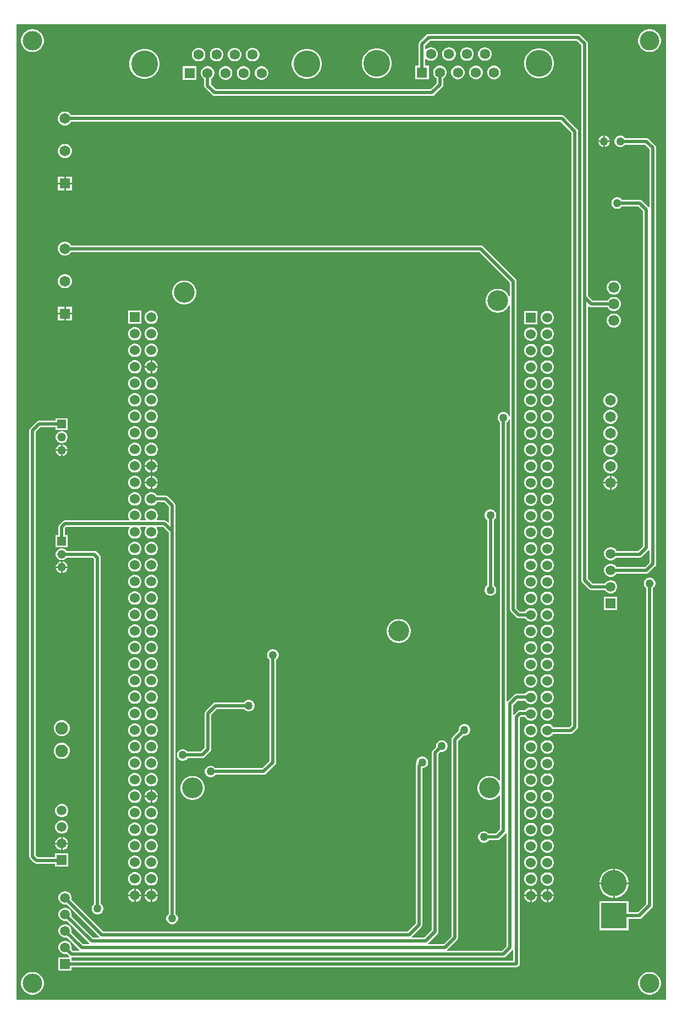
<source format=gbl>
G04*
G04 #@! TF.GenerationSoftware,Altium Limited,Altium Designer,22.8.2 (66)*
G04*
G04 Layer_Physical_Order=2*
G04 Layer_Color=16711680*
%FSLAX42Y42*%
%MOMM*%
G71*
G04*
G04 #@! TF.SameCoordinates,2FBAE4DF-68DC-433E-BD2C-A1B06293C93E*
G04*
G04*
G04 #@! TF.FilePolarity,Positive*
G04*
G01*
G75*
%ADD38C,0.50*%
%ADD40R,1.51X1.51*%
%ADD41C,1.51*%
%ADD42R,1.65X1.65*%
%ADD43C,1.65*%
%ADD44C,1.53*%
%ADD45C,3.20*%
%ADD46R,1.53X1.53*%
%ADD47C,1.95*%
%ADD48C,3.00*%
%ADD49C,1.58*%
%ADD50R,1.58X1.58*%
%ADD51C,4.12*%
%ADD52R,1.32X1.32*%
%ADD53C,1.32*%
%ADD54C,1.68*%
%ADD55C,4.00*%
%ADD56R,4.00X4.00*%
%ADD57C,1.27*%
G36*
X10000D02*
X0D01*
Y15000D01*
X10000D01*
Y0D01*
D02*
G37*
%LPC*%
G36*
X9767Y14925D02*
X9733D01*
X9699Y14919D01*
X9667Y14905D01*
X9638Y14886D01*
X9614Y14862D01*
X9595Y14833D01*
X9581Y14801D01*
X9575Y14767D01*
Y14733D01*
X9581Y14699D01*
X9595Y14667D01*
X9614Y14638D01*
X9638Y14614D01*
X9667Y14595D01*
X9699Y14581D01*
X9733Y14575D01*
X9767D01*
X9801Y14581D01*
X9833Y14595D01*
X9862Y14614D01*
X9886Y14638D01*
X9905Y14667D01*
X9919Y14699D01*
X9925Y14733D01*
Y14767D01*
X9919Y14801D01*
X9905Y14833D01*
X9886Y14862D01*
X9862Y14886D01*
X9833Y14905D01*
X9801Y14919D01*
X9767Y14925D01*
D02*
G37*
G36*
X267D02*
X233D01*
X199Y14919D01*
X167Y14905D01*
X138Y14886D01*
X114Y14862D01*
X95Y14833D01*
X81Y14801D01*
X75Y14767D01*
Y14733D01*
X81Y14699D01*
X95Y14667D01*
X114Y14638D01*
X138Y14614D01*
X167Y14595D01*
X199Y14581D01*
X233Y14575D01*
X267D01*
X301Y14581D01*
X333Y14595D01*
X362Y14614D01*
X386Y14638D01*
X405Y14667D01*
X419Y14699D01*
X425Y14733D01*
Y14767D01*
X419Y14801D01*
X405Y14833D01*
X386Y14862D01*
X362Y14886D01*
X333Y14905D01*
X301Y14919D01*
X267Y14925D01*
D02*
G37*
G36*
X7229Y14646D02*
X7201D01*
X7175Y14639D01*
X7151Y14625D01*
X7132Y14606D01*
X7118Y14582D01*
X7111Y14556D01*
Y14528D01*
X7118Y14502D01*
X7132Y14478D01*
X7151Y14459D01*
X7175Y14445D01*
X7201Y14438D01*
X7229D01*
X7255Y14445D01*
X7279Y14459D01*
X7298Y14478D01*
X7312Y14502D01*
X7319Y14528D01*
Y14556D01*
X7312Y14582D01*
X7298Y14606D01*
X7279Y14625D01*
X7255Y14639D01*
X7229Y14646D01*
D02*
G37*
G36*
X6952D02*
X6924D01*
X6898Y14639D01*
X6874Y14625D01*
X6855Y14606D01*
X6841Y14582D01*
X6834Y14556D01*
Y14528D01*
X6841Y14502D01*
X6855Y14478D01*
X6874Y14459D01*
X6898Y14445D01*
X6924Y14438D01*
X6952D01*
X6978Y14445D01*
X7002Y14459D01*
X7021Y14478D01*
X7035Y14502D01*
X7042Y14528D01*
Y14556D01*
X7035Y14582D01*
X7021Y14606D01*
X7002Y14625D01*
X6978Y14639D01*
X6952Y14646D01*
D02*
G37*
G36*
X6675D02*
X6647D01*
X6621Y14639D01*
X6597Y14625D01*
X6578Y14606D01*
X6564Y14582D01*
X6557Y14556D01*
Y14528D01*
X6564Y14502D01*
X6578Y14478D01*
X6597Y14459D01*
X6621Y14445D01*
X6647Y14438D01*
X6675D01*
X6701Y14445D01*
X6725Y14459D01*
X6744Y14478D01*
X6758Y14502D01*
X6765Y14528D01*
Y14556D01*
X6758Y14582D01*
X6744Y14606D01*
X6725Y14625D01*
X6701Y14639D01*
X6675Y14646D01*
D02*
G37*
G36*
X3652Y14638D02*
X3625D01*
X3598Y14631D01*
X3575Y14617D01*
X3555Y14598D01*
X3541Y14574D01*
X3534Y14548D01*
Y14520D01*
X3541Y14494D01*
X3555Y14470D01*
X3575Y14451D01*
X3598Y14437D01*
X3625Y14430D01*
X3652D01*
X3679Y14437D01*
X3702Y14451D01*
X3722Y14470D01*
X3736Y14494D01*
X3743Y14520D01*
Y14548D01*
X3736Y14574D01*
X3722Y14598D01*
X3702Y14617D01*
X3679Y14631D01*
X3652Y14638D01*
D02*
G37*
G36*
X3375D02*
X3348D01*
X3321Y14631D01*
X3298Y14617D01*
X3278Y14598D01*
X3264Y14574D01*
X3257Y14548D01*
Y14520D01*
X3264Y14494D01*
X3278Y14470D01*
X3298Y14451D01*
X3321Y14437D01*
X3348Y14430D01*
X3375D01*
X3402Y14437D01*
X3425Y14451D01*
X3445Y14470D01*
X3459Y14494D01*
X3466Y14520D01*
Y14548D01*
X3459Y14574D01*
X3445Y14598D01*
X3425Y14617D01*
X3402Y14631D01*
X3375Y14638D01*
D02*
G37*
G36*
X3098D02*
X3071D01*
X3044Y14631D01*
X3021Y14617D01*
X3001Y14598D01*
X2987Y14574D01*
X2980Y14548D01*
Y14520D01*
X2987Y14494D01*
X3001Y14470D01*
X3021Y14451D01*
X3044Y14437D01*
X3071Y14430D01*
X3098D01*
X3125Y14437D01*
X3148Y14451D01*
X3168Y14470D01*
X3182Y14494D01*
X3189Y14520D01*
Y14548D01*
X3182Y14574D01*
X3168Y14598D01*
X3148Y14617D01*
X3125Y14631D01*
X3098Y14638D01*
D02*
G37*
G36*
X2821D02*
X2794D01*
X2767Y14631D01*
X2744Y14617D01*
X2724Y14598D01*
X2710Y14574D01*
X2703Y14548D01*
Y14520D01*
X2710Y14494D01*
X2724Y14470D01*
X2744Y14451D01*
X2767Y14437D01*
X2794Y14430D01*
X2821D01*
X2848Y14437D01*
X2871Y14451D01*
X2891Y14470D01*
X2905Y14494D01*
X2912Y14520D01*
Y14548D01*
X2905Y14574D01*
X2891Y14598D01*
X2871Y14617D01*
X2848Y14631D01*
X2821Y14638D01*
D02*
G37*
G36*
X8072Y14631D02*
X8026D01*
X7982Y14622D01*
X7939Y14605D01*
X7902Y14580D01*
X7869Y14547D01*
X7844Y14510D01*
X7827Y14467D01*
X7818Y14423D01*
Y14377D01*
X7827Y14333D01*
X7844Y14290D01*
X7869Y14253D01*
X7902Y14220D01*
X7939Y14195D01*
X7982Y14178D01*
X8026Y14169D01*
X8072D01*
X8116Y14178D01*
X8159Y14195D01*
X8196Y14220D01*
X8229Y14253D01*
X8254Y14290D01*
X8271Y14333D01*
X8280Y14377D01*
Y14423D01*
X8271Y14467D01*
X8254Y14510D01*
X8229Y14547D01*
X8196Y14580D01*
X8159Y14605D01*
X8116Y14622D01*
X8072Y14631D01*
D02*
G37*
G36*
X5573D02*
X5527D01*
X5483Y14622D01*
X5440Y14605D01*
X5403Y14580D01*
X5370Y14547D01*
X5345Y14510D01*
X5328Y14467D01*
X5319Y14423D01*
Y14377D01*
X5328Y14333D01*
X5345Y14290D01*
X5370Y14253D01*
X5403Y14220D01*
X5440Y14195D01*
X5483Y14178D01*
X5527Y14169D01*
X5573D01*
X5617Y14178D01*
X5660Y14195D01*
X5697Y14220D01*
X5730Y14253D01*
X5755Y14290D01*
X5772Y14333D01*
X5781Y14377D01*
Y14423D01*
X5772Y14467D01*
X5755Y14510D01*
X5730Y14547D01*
X5697Y14580D01*
X5660Y14605D01*
X5617Y14622D01*
X5573Y14631D01*
D02*
G37*
G36*
X4495Y14623D02*
X4450D01*
X4405Y14614D01*
X4363Y14597D01*
X4325Y14572D01*
X4293Y14539D01*
X4268Y14502D01*
X4250Y14459D01*
X4241Y14415D01*
Y14369D01*
X4250Y14325D01*
X4268Y14282D01*
X4293Y14245D01*
X4325Y14212D01*
X4363Y14187D01*
X4405Y14170D01*
X4450Y14161D01*
X4495D01*
X4540Y14170D01*
X4582Y14187D01*
X4620Y14212D01*
X4652Y14245D01*
X4677Y14282D01*
X4695Y14325D01*
X4704Y14369D01*
Y14415D01*
X4695Y14459D01*
X4677Y14502D01*
X4652Y14539D01*
X4620Y14572D01*
X4582Y14597D01*
X4540Y14614D01*
X4495Y14623D01*
D02*
G37*
G36*
X1996D02*
X1951D01*
X1906Y14614D01*
X1864Y14597D01*
X1826Y14572D01*
X1794Y14539D01*
X1769Y14502D01*
X1751Y14459D01*
X1742Y14415D01*
Y14369D01*
X1751Y14325D01*
X1769Y14282D01*
X1794Y14245D01*
X1826Y14212D01*
X1864Y14187D01*
X1906Y14170D01*
X1951Y14161D01*
X1996D01*
X2041Y14170D01*
X2083Y14187D01*
X2121Y14212D01*
X2153Y14245D01*
X2178Y14282D01*
X2196Y14325D01*
X2205Y14369D01*
Y14415D01*
X2196Y14459D01*
X2178Y14502D01*
X2153Y14539D01*
X2121Y14572D01*
X2083Y14597D01*
X2041Y14614D01*
X1996Y14623D01*
D02*
G37*
G36*
X7367Y14362D02*
X7340D01*
X7313Y14355D01*
X7290Y14341D01*
X7270Y14322D01*
X7256Y14298D01*
X7249Y14272D01*
Y14244D01*
X7256Y14218D01*
X7270Y14194D01*
X7290Y14175D01*
X7313Y14161D01*
X7340Y14154D01*
X7367D01*
X7394Y14161D01*
X7417Y14175D01*
X7437Y14194D01*
X7451Y14218D01*
X7458Y14244D01*
Y14272D01*
X7451Y14298D01*
X7437Y14322D01*
X7417Y14341D01*
X7394Y14355D01*
X7367Y14362D01*
D02*
G37*
G36*
X7090D02*
X7063D01*
X7036Y14355D01*
X7013Y14341D01*
X6993Y14322D01*
X6979Y14298D01*
X6972Y14272D01*
Y14244D01*
X6979Y14218D01*
X6993Y14194D01*
X7013Y14175D01*
X7036Y14161D01*
X7063Y14154D01*
X7090D01*
X7117Y14161D01*
X7140Y14175D01*
X7160Y14194D01*
X7174Y14218D01*
X7181Y14244D01*
Y14272D01*
X7174Y14298D01*
X7160Y14322D01*
X7140Y14341D01*
X7117Y14355D01*
X7090Y14362D01*
D02*
G37*
G36*
X6813D02*
X6786D01*
X6759Y14355D01*
X6736Y14341D01*
X6716Y14322D01*
X6702Y14298D01*
X6695Y14272D01*
Y14244D01*
X6702Y14218D01*
X6716Y14194D01*
X6736Y14175D01*
X6759Y14161D01*
X6786Y14154D01*
X6813D01*
X6840Y14161D01*
X6863Y14175D01*
X6883Y14194D01*
X6897Y14218D01*
X6904Y14244D01*
Y14272D01*
X6897Y14298D01*
X6883Y14322D01*
X6863Y14341D01*
X6840Y14355D01*
X6813Y14362D01*
D02*
G37*
G36*
X3791Y14354D02*
X3763D01*
X3737Y14347D01*
X3713Y14333D01*
X3694Y14314D01*
X3680Y14290D01*
X3673Y14264D01*
Y14236D01*
X3680Y14210D01*
X3694Y14186D01*
X3713Y14167D01*
X3737Y14153D01*
X3763Y14146D01*
X3791D01*
X3817Y14153D01*
X3841Y14167D01*
X3860Y14186D01*
X3874Y14210D01*
X3881Y14236D01*
Y14264D01*
X3874Y14290D01*
X3860Y14314D01*
X3841Y14333D01*
X3817Y14347D01*
X3791Y14354D01*
D02*
G37*
G36*
X3514D02*
X3486D01*
X3460Y14347D01*
X3436Y14333D01*
X3417Y14314D01*
X3403Y14290D01*
X3396Y14264D01*
Y14236D01*
X3403Y14210D01*
X3417Y14186D01*
X3436Y14167D01*
X3460Y14153D01*
X3486Y14146D01*
X3514D01*
X3540Y14153D01*
X3564Y14167D01*
X3583Y14186D01*
X3597Y14210D01*
X3604Y14236D01*
Y14264D01*
X3597Y14290D01*
X3583Y14314D01*
X3564Y14333D01*
X3540Y14347D01*
X3514Y14354D01*
D02*
G37*
G36*
X3237D02*
X3209D01*
X3183Y14347D01*
X3159Y14333D01*
X3140Y14314D01*
X3126Y14290D01*
X3119Y14264D01*
Y14236D01*
X3126Y14210D01*
X3140Y14186D01*
X3159Y14167D01*
X3183Y14153D01*
X3209Y14146D01*
X3237D01*
X3263Y14153D01*
X3287Y14167D01*
X3306Y14186D01*
X3320Y14210D01*
X3327Y14236D01*
Y14264D01*
X3320Y14290D01*
X3306Y14314D01*
X3287Y14333D01*
X3263Y14347D01*
X3237Y14354D01*
D02*
G37*
G36*
X2773D02*
X2565D01*
Y14146D01*
X2773D01*
Y14354D01*
D02*
G37*
G36*
X6536Y14362D02*
X6509D01*
X6482Y14355D01*
X6459Y14341D01*
X6439Y14322D01*
X6425Y14298D01*
X6418Y14272D01*
Y14244D01*
X6425Y14218D01*
X6439Y14194D01*
X6459Y14175D01*
X6471Y14167D01*
Y14094D01*
X6379Y14001D01*
X3071D01*
X2997Y14075D01*
Y14159D01*
X3010Y14167D01*
X3029Y14186D01*
X3043Y14210D01*
X3050Y14236D01*
Y14264D01*
X3043Y14290D01*
X3029Y14314D01*
X3010Y14333D01*
X2986Y14347D01*
X2960Y14354D01*
X2932D01*
X2906Y14347D01*
X2882Y14333D01*
X2863Y14314D01*
X2849Y14290D01*
X2842Y14264D01*
Y14236D01*
X2849Y14210D01*
X2863Y14186D01*
X2882Y14167D01*
X2895Y14159D01*
Y14054D01*
X2899Y14034D01*
X2910Y14018D01*
X3014Y13914D01*
X3030Y13903D01*
X3050Y13899D01*
X6400D01*
X6420Y13903D01*
X6436Y13914D01*
X6559Y14036D01*
X6570Y14053D01*
X6574Y14073D01*
Y14167D01*
X6586Y14175D01*
X6606Y14194D01*
X6620Y14218D01*
X6627Y14244D01*
Y14272D01*
X6620Y14298D01*
X6606Y14322D01*
X6586Y14341D01*
X6563Y14355D01*
X6536Y14362D01*
D02*
G37*
G36*
X9063Y13289D02*
Y13213D01*
X9139D01*
X9133Y13234D01*
X9121Y13255D01*
X9105Y13271D01*
X9084Y13283D01*
X9063Y13289D01*
D02*
G37*
G36*
X9037D02*
X9016Y13283D01*
X8995Y13271D01*
X8979Y13255D01*
X8967Y13234D01*
X8961Y13213D01*
X9037D01*
Y13289D01*
D02*
G37*
G36*
X9139Y13187D02*
X9063D01*
Y13111D01*
X9084Y13117D01*
X9105Y13129D01*
X9121Y13145D01*
X9133Y13166D01*
X9139Y13187D01*
D02*
G37*
G36*
X9037D02*
X8961D01*
X8967Y13166D01*
X8979Y13145D01*
X8995Y13129D01*
X9016Y13117D01*
X9037Y13111D01*
Y13187D01*
D02*
G37*
G36*
X764Y13158D02*
X736D01*
X708Y13151D01*
X684Y13136D01*
X664Y13116D01*
X649Y13092D01*
X642Y13064D01*
Y13036D01*
X649Y13008D01*
X664Y12984D01*
X684Y12964D01*
X708Y12949D01*
X736Y12942D01*
X764D01*
X792Y12949D01*
X816Y12964D01*
X836Y12984D01*
X851Y13008D01*
X858Y13036D01*
Y13064D01*
X851Y13092D01*
X836Y13116D01*
X816Y13136D01*
X792Y13151D01*
X764Y13158D01*
D02*
G37*
G36*
X858Y12658D02*
X763D01*
Y12563D01*
X858D01*
Y12658D01*
D02*
G37*
G36*
X737D02*
X642D01*
Y12563D01*
X737D01*
Y12658D01*
D02*
G37*
G36*
X858Y12537D02*
X763D01*
Y12442D01*
X858D01*
Y12537D01*
D02*
G37*
G36*
X737D02*
X642D01*
Y12442D01*
X737D01*
Y12537D01*
D02*
G37*
G36*
X9312Y13289D02*
X9288D01*
X9266Y13283D01*
X9245Y13271D01*
X9229Y13255D01*
X9217Y13234D01*
X9211Y13212D01*
Y13188D01*
X9217Y13166D01*
X9229Y13145D01*
X9245Y13129D01*
X9266Y13117D01*
X9288Y13111D01*
X9312D01*
X9334Y13117D01*
X9355Y13129D01*
X9371Y13145D01*
X9373Y13149D01*
X9679D01*
X9749Y13079D01*
Y12191D01*
X9738Y12187D01*
X9736Y12187D01*
X9636Y12286D01*
X9620Y12297D01*
X9600Y12301D01*
X9323D01*
X9321Y12305D01*
X9305Y12321D01*
X9284Y12333D01*
X9262Y12339D01*
X9238D01*
X9216Y12333D01*
X9195Y12321D01*
X9179Y12305D01*
X9167Y12284D01*
X9161Y12262D01*
Y12238D01*
X9167Y12216D01*
X9179Y12195D01*
X9195Y12179D01*
X9216Y12167D01*
X9238Y12161D01*
X9262D01*
X9284Y12167D01*
X9305Y12179D01*
X9321Y12195D01*
X9323Y12199D01*
X9579D01*
X9649Y12129D01*
Y6971D01*
X9579Y6901D01*
X9241D01*
X9231Y6920D01*
X9212Y6939D01*
X9189Y6952D01*
X9163Y6959D01*
X9137D01*
X9111Y6952D01*
X9088Y6939D01*
X9069Y6920D01*
X9056Y6897D01*
X9049Y6871D01*
Y6845D01*
X9056Y6819D01*
X9069Y6796D01*
X9088Y6777D01*
X9111Y6764D01*
X9137Y6757D01*
X9163D01*
X9189Y6764D01*
X9212Y6777D01*
X9231Y6796D01*
X9232Y6799D01*
X9600D01*
X9620Y6803D01*
X9636Y6814D01*
X9736Y6913D01*
X9738Y6913D01*
X9749Y6909D01*
Y6721D01*
X9679Y6651D01*
X9239D01*
X9231Y6666D01*
X9212Y6685D01*
X9189Y6698D01*
X9163Y6705D01*
X9137D01*
X9111Y6698D01*
X9088Y6685D01*
X9069Y6666D01*
X9056Y6643D01*
X9049Y6617D01*
Y6591D01*
X9056Y6565D01*
X9069Y6542D01*
X9088Y6523D01*
X9111Y6510D01*
X9137Y6503D01*
X9163D01*
X9189Y6510D01*
X9212Y6523D01*
X9231Y6542D01*
X9234Y6549D01*
X9700D01*
X9720Y6553D01*
X9736Y6564D01*
X9836Y6664D01*
X9847Y6680D01*
X9851Y6700D01*
Y13100D01*
X9847Y13120D01*
X9836Y13136D01*
X9736Y13236D01*
X9720Y13247D01*
X9700Y13251D01*
X9373D01*
X9371Y13255D01*
X9355Y13271D01*
X9334Y13283D01*
X9312Y13289D01*
D02*
G37*
G36*
X764Y11158D02*
X736D01*
X708Y11151D01*
X684Y11136D01*
X664Y11116D01*
X649Y11092D01*
X642Y11064D01*
Y11036D01*
X649Y11008D01*
X664Y10984D01*
X684Y10964D01*
X708Y10949D01*
X736Y10942D01*
X764D01*
X792Y10949D01*
X816Y10964D01*
X836Y10984D01*
X851Y11008D01*
X858Y11036D01*
Y11064D01*
X851Y11092D01*
X836Y11116D01*
X816Y11136D01*
X792Y11151D01*
X764Y11158D01*
D02*
G37*
G36*
X9214Y11059D02*
X9186D01*
X9158Y11052D01*
X9133Y11037D01*
X9113Y11017D01*
X9098Y10992D01*
X9091Y10964D01*
Y10936D01*
X9098Y10908D01*
X9113Y10883D01*
X9133Y10863D01*
X9158Y10848D01*
X9186Y10841D01*
X9214D01*
X9242Y10848D01*
X9267Y10863D01*
X9287Y10883D01*
X9302Y10908D01*
X9309Y10936D01*
Y10964D01*
X9302Y10992D01*
X9287Y11017D01*
X9267Y11037D01*
X9242Y11052D01*
X9214Y11059D01*
D02*
G37*
G36*
X764Y11658D02*
X736D01*
X708Y11651D01*
X684Y11636D01*
X664Y11616D01*
X649Y11592D01*
X642Y11564D01*
Y11536D01*
X649Y11508D01*
X664Y11484D01*
X684Y11464D01*
X708Y11449D01*
X736Y11442D01*
X764D01*
X792Y11449D01*
X816Y11464D01*
X836Y11484D01*
X845Y11499D01*
X7129D01*
X7599Y11029D01*
Y10817D01*
X7586Y10814D01*
X7577Y10835D01*
X7557Y10865D01*
X7531Y10891D01*
X7501Y10911D01*
X7467Y10925D01*
X7431Y10932D01*
X7395D01*
X7359Y10925D01*
X7325Y10911D01*
X7295Y10891D01*
X7269Y10865D01*
X7249Y10835D01*
X7235Y10801D01*
X7228Y10765D01*
Y10729D01*
X7235Y10693D01*
X7249Y10659D01*
X7269Y10629D01*
X7295Y10603D01*
X7325Y10583D01*
X7359Y10569D01*
X7395Y10562D01*
X7431D01*
X7467Y10569D01*
X7501Y10583D01*
X7531Y10603D01*
X7557Y10629D01*
X7577Y10659D01*
X7586Y10680D01*
X7599Y10677D01*
Y8975D01*
X7586Y8973D01*
X7583Y8984D01*
X7571Y9005D01*
X7555Y9021D01*
X7534Y9033D01*
X7512Y9039D01*
X7488D01*
X7466Y9033D01*
X7445Y9021D01*
X7429Y9005D01*
X7417Y8984D01*
X7411Y8962D01*
Y8938D01*
X7417Y8916D01*
X7429Y8895D01*
X7445Y8879D01*
X7449Y8877D01*
Y3366D01*
X7436Y3363D01*
X7430Y3372D01*
X7404Y3398D01*
X7374Y3418D01*
X7340Y3432D01*
X7304Y3439D01*
X7268D01*
X7232Y3432D01*
X7198Y3418D01*
X7168Y3398D01*
X7142Y3372D01*
X7122Y3342D01*
X7108Y3308D01*
X7101Y3272D01*
Y3236D01*
X7108Y3200D01*
X7122Y3166D01*
X7142Y3136D01*
X7168Y3110D01*
X7198Y3090D01*
X7232Y3076D01*
X7268Y3069D01*
X7304D01*
X7340Y3076D01*
X7374Y3090D01*
X7404Y3110D01*
X7430Y3136D01*
X7436Y3145D01*
X7449Y3142D01*
Y2621D01*
X7379Y2551D01*
X7273D01*
X7271Y2555D01*
X7255Y2571D01*
X7234Y2583D01*
X7212Y2589D01*
X7188D01*
X7166Y2583D01*
X7145Y2571D01*
X7129Y2555D01*
X7117Y2534D01*
X7111Y2512D01*
Y2488D01*
X7117Y2466D01*
X7129Y2445D01*
X7145Y2429D01*
X7166Y2417D01*
X7188Y2411D01*
X7212D01*
X7234Y2417D01*
X7255Y2429D01*
X7271Y2445D01*
X7273Y2449D01*
X7400D01*
X7420Y2453D01*
X7436Y2464D01*
X7536Y2563D01*
X7538Y2563D01*
X7549Y2559D01*
Y821D01*
X7479Y751D01*
X6641D01*
X6637Y762D01*
X6637Y764D01*
X6786Y914D01*
X6797Y930D01*
X6801Y950D01*
Y3979D01*
X6885Y4062D01*
X6888Y4061D01*
X6912D01*
X6934Y4067D01*
X6955Y4079D01*
X6971Y4095D01*
X6983Y4116D01*
X6989Y4138D01*
Y4162D01*
X6983Y4184D01*
X6971Y4205D01*
X6955Y4221D01*
X6934Y4233D01*
X6912Y4239D01*
X6888D01*
X6866Y4233D01*
X6845Y4221D01*
X6829Y4205D01*
X6817Y4184D01*
X6811Y4162D01*
Y4138D01*
X6812Y4135D01*
X6714Y4036D01*
X6703Y4020D01*
X6699Y4000D01*
Y971D01*
X6579Y851D01*
X6341D01*
X6337Y862D01*
X6337Y864D01*
X6486Y1014D01*
X6497Y1030D01*
X6501Y1050D01*
Y3779D01*
X6535Y3812D01*
X6538Y3811D01*
X6562D01*
X6584Y3817D01*
X6605Y3829D01*
X6621Y3845D01*
X6633Y3866D01*
X6639Y3888D01*
Y3912D01*
X6633Y3934D01*
X6621Y3955D01*
X6605Y3971D01*
X6584Y3983D01*
X6562Y3989D01*
X6538D01*
X6516Y3983D01*
X6495Y3971D01*
X6479Y3955D01*
X6467Y3934D01*
X6461Y3912D01*
Y3888D01*
X6462Y3885D01*
X6414Y3836D01*
X6403Y3820D01*
X6399Y3800D01*
Y1071D01*
X6279Y951D01*
X6091D01*
X6087Y962D01*
X6087Y964D01*
X6236Y1114D01*
X6247Y1130D01*
X6251Y1150D01*
Y3561D01*
X6262D01*
X6284Y3567D01*
X6305Y3579D01*
X6321Y3595D01*
X6333Y3616D01*
X6339Y3638D01*
Y3662D01*
X6333Y3684D01*
X6321Y3705D01*
X6305Y3721D01*
X6284Y3733D01*
X6262Y3739D01*
X6238D01*
X6216Y3733D01*
X6195Y3721D01*
X6179Y3705D01*
X6167Y3684D01*
X6161Y3662D01*
Y3638D01*
X6162Y3634D01*
X6153Y3620D01*
X6149Y3600D01*
Y1171D01*
X6029Y1051D01*
X1337D01*
X848Y1541D01*
X851Y1553D01*
Y1579D01*
X844Y1605D01*
X831Y1628D01*
X812Y1647D01*
X789Y1660D01*
X763Y1667D01*
X737D01*
X711Y1660D01*
X688Y1647D01*
X669Y1628D01*
X656Y1605D01*
X649Y1579D01*
Y1553D01*
X656Y1527D01*
X669Y1504D01*
X688Y1485D01*
X711Y1472D01*
X737Y1465D01*
X763D01*
X775Y1468D01*
X1279Y964D01*
X1279Y962D01*
X1275Y951D01*
X1183D01*
X848Y1287D01*
X851Y1299D01*
Y1325D01*
X844Y1351D01*
X831Y1374D01*
X812Y1393D01*
X789Y1406D01*
X763Y1413D01*
X737D01*
X711Y1406D01*
X688Y1393D01*
X669Y1374D01*
X656Y1351D01*
X649Y1325D01*
Y1299D01*
X656Y1273D01*
X669Y1250D01*
X688Y1231D01*
X711Y1218D01*
X737Y1211D01*
X763D01*
X775Y1214D01*
X1125Y864D01*
X1125Y862D01*
X1121Y851D01*
X1029D01*
X848Y1033D01*
X851Y1045D01*
Y1071D01*
X844Y1097D01*
X831Y1120D01*
X812Y1139D01*
X789Y1152D01*
X763Y1159D01*
X737D01*
X711Y1152D01*
X688Y1139D01*
X669Y1120D01*
X656Y1097D01*
X649Y1071D01*
Y1045D01*
X656Y1019D01*
X669Y996D01*
X688Y977D01*
X711Y964D01*
X737Y957D01*
X763D01*
X775Y960D01*
X971Y764D01*
X971Y762D01*
X967Y751D01*
X875D01*
X848Y779D01*
X851Y791D01*
Y817D01*
X844Y843D01*
X831Y866D01*
X812Y885D01*
X789Y898D01*
X763Y905D01*
X737D01*
X711Y898D01*
X688Y885D01*
X669Y866D01*
X656Y843D01*
X649Y817D01*
Y795D01*
X649Y792D01*
X653Y772D01*
X655Y768D01*
X656Y765D01*
X669Y742D01*
X688Y723D01*
X711Y710D01*
X737Y703D01*
X763D01*
X775Y706D01*
X818Y664D01*
X818Y664D01*
X814Y651D01*
X649D01*
Y449D01*
X851D01*
Y499D01*
X7700D01*
X7720Y503D01*
X7736Y514D01*
X7747Y530D01*
X7751Y550D01*
Y4329D01*
X7771Y4349D01*
X7830D01*
X7839Y4332D01*
X7858Y4313D01*
X7882Y4300D01*
X7908Y4293D01*
X7934D01*
X7960Y4300D01*
X7984Y4313D01*
X8003Y4332D01*
X8016Y4356D01*
X8023Y4382D01*
Y4408D01*
X8016Y4434D01*
X8003Y4458D01*
X7984Y4477D01*
X7960Y4490D01*
X7934Y4497D01*
X7908D01*
X7882Y4490D01*
X7858Y4477D01*
X7839Y4458D01*
X7836Y4451D01*
X7750D01*
X7730Y4447D01*
X7714Y4436D01*
X7664Y4387D01*
X7662Y4387D01*
X7651Y4391D01*
Y4529D01*
X7721Y4599D01*
X7832D01*
X7839Y4586D01*
X7858Y4567D01*
X7882Y4554D01*
X7908Y4547D01*
X7934D01*
X7960Y4554D01*
X7984Y4567D01*
X8003Y4586D01*
X8016Y4610D01*
X8023Y4636D01*
Y4662D01*
X8016Y4688D01*
X8003Y4712D01*
X7984Y4731D01*
X7960Y4744D01*
X7934Y4751D01*
X7908D01*
X7882Y4744D01*
X7858Y4731D01*
X7839Y4712D01*
X7834Y4701D01*
X7700D01*
X7680Y4697D01*
X7664Y4686D01*
X7564Y4587D01*
X7562Y4587D01*
X7551Y4591D01*
Y8877D01*
X7555Y8879D01*
X7571Y8895D01*
X7583Y8916D01*
X7586Y8927D01*
X7599Y8925D01*
Y6000D01*
X7603Y5980D01*
X7614Y5964D01*
X7695Y5883D01*
X7711Y5872D01*
X7731Y5868D01*
X7833D01*
X7839Y5856D01*
X7858Y5837D01*
X7882Y5824D01*
X7908Y5817D01*
X7934D01*
X7960Y5824D01*
X7984Y5837D01*
X8003Y5856D01*
X8016Y5880D01*
X8023Y5906D01*
Y5932D01*
X8016Y5958D01*
X8003Y5982D01*
X7984Y6001D01*
X7960Y6014D01*
X7934Y6021D01*
X7908D01*
X7882Y6014D01*
X7858Y6001D01*
X7839Y5982D01*
X7833Y5970D01*
X7752D01*
X7701Y6021D01*
Y11050D01*
X7697Y11070D01*
X7686Y11086D01*
X7186Y11586D01*
X7170Y11597D01*
X7150Y11601D01*
X845D01*
X836Y11616D01*
X816Y11636D01*
X792Y11651D01*
X764Y11658D01*
D02*
G37*
G36*
X2605Y11059D02*
X2569D01*
X2533Y11052D01*
X2499Y11038D01*
X2469Y11018D01*
X2443Y10992D01*
X2423Y10962D01*
X2409Y10928D01*
X2402Y10892D01*
Y10856D01*
X2409Y10820D01*
X2423Y10786D01*
X2443Y10756D01*
X2469Y10730D01*
X2499Y10710D01*
X2533Y10696D01*
X2569Y10689D01*
X2605D01*
X2641Y10696D01*
X2675Y10710D01*
X2705Y10730D01*
X2731Y10756D01*
X2751Y10786D01*
X2765Y10820D01*
X2772Y10856D01*
Y10892D01*
X2765Y10928D01*
X2751Y10962D01*
X2731Y10992D01*
X2705Y11018D01*
X2675Y11038D01*
X2641Y11052D01*
X2605Y11059D01*
D02*
G37*
G36*
X8650Y14851D02*
X6350D01*
X6330Y14847D01*
X6314Y14836D01*
X6209Y14732D01*
X6198Y14715D01*
X6194Y14696D01*
Y14362D01*
X6141D01*
Y14154D01*
X6350D01*
Y14362D01*
X6297D01*
Y14464D01*
X6310Y14469D01*
X6320Y14459D01*
X6344Y14445D01*
X6370Y14438D01*
X6398D01*
X6424Y14445D01*
X6448Y14459D01*
X6467Y14478D01*
X6481Y14502D01*
X6488Y14528D01*
Y14556D01*
X6481Y14582D01*
X6467Y14606D01*
X6448Y14625D01*
X6424Y14639D01*
X6398Y14646D01*
X6370D01*
X6344Y14639D01*
X6320Y14625D01*
X6310Y14615D01*
X6297Y14620D01*
Y14674D01*
X6371Y14749D01*
X8629D01*
X8699Y14679D01*
Y10800D01*
Y6450D01*
X8703Y6430D01*
X8714Y6414D01*
X8814Y6314D01*
X8830Y6303D01*
X8850Y6299D01*
X9063D01*
X9069Y6288D01*
X9088Y6269D01*
X9111Y6256D01*
X9137Y6249D01*
X9163D01*
X9189Y6256D01*
X9212Y6269D01*
X9231Y6288D01*
X9244Y6311D01*
X9251Y6337D01*
Y6363D01*
X9244Y6389D01*
X9231Y6412D01*
X9212Y6431D01*
X9189Y6444D01*
X9163Y6451D01*
X9137D01*
X9111Y6444D01*
X9088Y6431D01*
X9069Y6412D01*
X9063Y6401D01*
X8871D01*
X8801Y6471D01*
Y10659D01*
X8813Y10664D01*
X8818Y10660D01*
X8834Y10649D01*
X8854Y10645D01*
X9104D01*
X9113Y10629D01*
X9133Y10609D01*
X9158Y10594D01*
X9186Y10587D01*
X9214D01*
X9242Y10594D01*
X9267Y10609D01*
X9287Y10629D01*
X9302Y10654D01*
X9309Y10682D01*
Y10710D01*
X9302Y10738D01*
X9287Y10763D01*
X9267Y10783D01*
X9242Y10798D01*
X9214Y10805D01*
X9186D01*
X9158Y10798D01*
X9133Y10783D01*
X9113Y10763D01*
X9104Y10747D01*
X8875D01*
X8801Y10821D01*
Y14700D01*
X8797Y14720D01*
X8786Y14736D01*
X8686Y14836D01*
X8670Y14847D01*
X8650Y14851D01*
D02*
G37*
G36*
X858Y10658D02*
X763D01*
Y10563D01*
X858D01*
Y10658D01*
D02*
G37*
G36*
X737D02*
X642D01*
Y10563D01*
X737D01*
Y10658D01*
D02*
G37*
G36*
X858Y10537D02*
X763D01*
Y10442D01*
X858D01*
Y10537D01*
D02*
G37*
G36*
X737D02*
X642D01*
Y10442D01*
X737D01*
Y10537D01*
D02*
G37*
G36*
X2092Y10595D02*
X2066D01*
X2040Y10588D01*
X2016Y10575D01*
X1997Y10556D01*
X1984Y10532D01*
X1977Y10506D01*
Y10480D01*
X1984Y10454D01*
X1997Y10430D01*
X2016Y10411D01*
X2040Y10398D01*
X2066Y10391D01*
X2092D01*
X2118Y10398D01*
X2142Y10411D01*
X2161Y10430D01*
X2174Y10454D01*
X2181Y10480D01*
Y10506D01*
X2174Y10532D01*
X2161Y10556D01*
X2142Y10575D01*
X2118Y10588D01*
X2092Y10595D01*
D02*
G37*
G36*
X1927D02*
X1723D01*
Y10391D01*
X1927D01*
Y10595D01*
D02*
G37*
G36*
X8188Y10593D02*
X8162D01*
X8136Y10586D01*
X8112Y10573D01*
X8093Y10554D01*
X8080Y10530D01*
X8073Y10504D01*
Y10478D01*
X8080Y10452D01*
X8093Y10428D01*
X8112Y10409D01*
X8136Y10396D01*
X8162Y10389D01*
X8188D01*
X8214Y10396D01*
X8238Y10409D01*
X8257Y10428D01*
X8270Y10452D01*
X8277Y10478D01*
Y10504D01*
X8270Y10530D01*
X8257Y10554D01*
X8238Y10573D01*
X8214Y10586D01*
X8188Y10593D01*
D02*
G37*
G36*
X8023D02*
X7819D01*
Y10389D01*
X8023D01*
Y10593D01*
D02*
G37*
G36*
X9214Y10551D02*
X9186D01*
X9158Y10544D01*
X9133Y10529D01*
X9113Y10509D01*
X9098Y10484D01*
X9091Y10456D01*
Y10428D01*
X9098Y10400D01*
X9113Y10375D01*
X9133Y10355D01*
X9158Y10340D01*
X9186Y10333D01*
X9214D01*
X9242Y10340D01*
X9267Y10355D01*
X9287Y10375D01*
X9302Y10400D01*
X9309Y10428D01*
Y10456D01*
X9302Y10484D01*
X9287Y10509D01*
X9267Y10529D01*
X9242Y10544D01*
X9214Y10551D01*
D02*
G37*
G36*
X2092Y10341D02*
X2066D01*
X2040Y10334D01*
X2016Y10321D01*
X1997Y10302D01*
X1984Y10278D01*
X1977Y10252D01*
Y10226D01*
X1984Y10200D01*
X1997Y10176D01*
X2016Y10157D01*
X2040Y10144D01*
X2066Y10137D01*
X2092D01*
X2118Y10144D01*
X2142Y10157D01*
X2161Y10176D01*
X2174Y10200D01*
X2181Y10226D01*
Y10252D01*
X2174Y10278D01*
X2161Y10302D01*
X2142Y10321D01*
X2118Y10334D01*
X2092Y10341D01*
D02*
G37*
G36*
X1838D02*
X1812D01*
X1786Y10334D01*
X1762Y10321D01*
X1743Y10302D01*
X1730Y10278D01*
X1723Y10252D01*
Y10226D01*
X1730Y10200D01*
X1743Y10176D01*
X1762Y10157D01*
X1786Y10144D01*
X1812Y10137D01*
X1838D01*
X1864Y10144D01*
X1888Y10157D01*
X1907Y10176D01*
X1920Y10200D01*
X1927Y10226D01*
Y10252D01*
X1920Y10278D01*
X1907Y10302D01*
X1888Y10321D01*
X1864Y10334D01*
X1838Y10341D01*
D02*
G37*
G36*
X8188Y10339D02*
X8162D01*
X8136Y10332D01*
X8112Y10319D01*
X8093Y10300D01*
X8080Y10276D01*
X8073Y10250D01*
Y10224D01*
X8080Y10198D01*
X8093Y10174D01*
X8112Y10155D01*
X8136Y10142D01*
X8162Y10135D01*
X8188D01*
X8214Y10142D01*
X8238Y10155D01*
X8257Y10174D01*
X8270Y10198D01*
X8277Y10224D01*
Y10250D01*
X8270Y10276D01*
X8257Y10300D01*
X8238Y10319D01*
X8214Y10332D01*
X8188Y10339D01*
D02*
G37*
G36*
X7934D02*
X7908D01*
X7882Y10332D01*
X7858Y10319D01*
X7839Y10300D01*
X7826Y10276D01*
X7819Y10250D01*
Y10224D01*
X7826Y10198D01*
X7839Y10174D01*
X7858Y10155D01*
X7882Y10142D01*
X7908Y10135D01*
X7934D01*
X7960Y10142D01*
X7984Y10155D01*
X8003Y10174D01*
X8016Y10198D01*
X8023Y10224D01*
Y10250D01*
X8016Y10276D01*
X8003Y10300D01*
X7984Y10319D01*
X7960Y10332D01*
X7934Y10339D01*
D02*
G37*
G36*
X2092Y10087D02*
X2066D01*
X2040Y10080D01*
X2016Y10067D01*
X1997Y10048D01*
X1984Y10024D01*
X1977Y9998D01*
Y9972D01*
X1984Y9946D01*
X1997Y9922D01*
X2016Y9903D01*
X2040Y9890D01*
X2066Y9883D01*
X2092D01*
X2118Y9890D01*
X2142Y9903D01*
X2161Y9922D01*
X2174Y9946D01*
X2181Y9972D01*
Y9998D01*
X2174Y10024D01*
X2161Y10048D01*
X2142Y10067D01*
X2118Y10080D01*
X2092Y10087D01*
D02*
G37*
G36*
X1838D02*
X1812D01*
X1786Y10080D01*
X1762Y10067D01*
X1743Y10048D01*
X1730Y10024D01*
X1723Y9998D01*
Y9972D01*
X1730Y9946D01*
X1743Y9922D01*
X1762Y9903D01*
X1786Y9890D01*
X1812Y9883D01*
X1838D01*
X1864Y9890D01*
X1888Y9903D01*
X1907Y9922D01*
X1920Y9946D01*
X1927Y9972D01*
Y9998D01*
X1920Y10024D01*
X1907Y10048D01*
X1888Y10067D01*
X1864Y10080D01*
X1838Y10087D01*
D02*
G37*
G36*
X8188Y10085D02*
X8162D01*
X8136Y10078D01*
X8112Y10065D01*
X8093Y10046D01*
X8080Y10022D01*
X8073Y9996D01*
Y9970D01*
X8080Y9944D01*
X8093Y9920D01*
X8112Y9901D01*
X8136Y9888D01*
X8162Y9881D01*
X8188D01*
X8214Y9888D01*
X8238Y9901D01*
X8257Y9920D01*
X8270Y9944D01*
X8277Y9970D01*
Y9996D01*
X8270Y10022D01*
X8257Y10046D01*
X8238Y10065D01*
X8214Y10078D01*
X8188Y10085D01*
D02*
G37*
G36*
X7934D02*
X7908D01*
X7882Y10078D01*
X7858Y10065D01*
X7839Y10046D01*
X7826Y10022D01*
X7819Y9996D01*
Y9970D01*
X7826Y9944D01*
X7839Y9920D01*
X7858Y9901D01*
X7882Y9888D01*
X7908Y9881D01*
X7934D01*
X7960Y9888D01*
X7984Y9901D01*
X8003Y9920D01*
X8016Y9944D01*
X8023Y9970D01*
Y9996D01*
X8016Y10022D01*
X8003Y10046D01*
X7984Y10065D01*
X7960Y10078D01*
X7934Y10085D01*
D02*
G37*
G36*
X2092Y9833D02*
X2092D01*
Y9744D01*
X2181D01*
Y9744D01*
X2174Y9770D01*
X2161Y9794D01*
X2142Y9813D01*
X2118Y9826D01*
X2092Y9833D01*
D02*
G37*
G36*
X2066D02*
X2066D01*
X2040Y9826D01*
X2016Y9813D01*
X1997Y9794D01*
X1984Y9770D01*
X1977Y9744D01*
Y9744D01*
X2066D01*
Y9833D01*
D02*
G37*
G36*
X2181Y9718D02*
X2092D01*
Y9629D01*
X2092D01*
X2118Y9636D01*
X2142Y9649D01*
X2161Y9668D01*
X2174Y9692D01*
X2181Y9718D01*
Y9718D01*
D02*
G37*
G36*
X2066D02*
X1977D01*
Y9718D01*
X1984Y9692D01*
X1997Y9668D01*
X2016Y9649D01*
X2040Y9636D01*
X2066Y9629D01*
X2066D01*
Y9718D01*
D02*
G37*
G36*
X1838Y9833D02*
X1812D01*
X1786Y9826D01*
X1762Y9813D01*
X1743Y9794D01*
X1730Y9770D01*
X1723Y9744D01*
Y9718D01*
X1730Y9692D01*
X1743Y9668D01*
X1762Y9649D01*
X1786Y9636D01*
X1812Y9629D01*
X1838D01*
X1864Y9636D01*
X1888Y9649D01*
X1907Y9668D01*
X1920Y9692D01*
X1927Y9718D01*
Y9744D01*
X1920Y9770D01*
X1907Y9794D01*
X1888Y9813D01*
X1864Y9826D01*
X1838Y9833D01*
D02*
G37*
G36*
X8188Y9831D02*
X8162D01*
X8136Y9824D01*
X8112Y9811D01*
X8093Y9792D01*
X8080Y9768D01*
X8073Y9742D01*
Y9716D01*
X8080Y9690D01*
X8093Y9666D01*
X8112Y9647D01*
X8136Y9634D01*
X8162Y9627D01*
X8188D01*
X8214Y9634D01*
X8238Y9647D01*
X8257Y9666D01*
X8270Y9690D01*
X8277Y9716D01*
Y9742D01*
X8270Y9768D01*
X8257Y9792D01*
X8238Y9811D01*
X8214Y9824D01*
X8188Y9831D01*
D02*
G37*
G36*
X7934D02*
X7908D01*
X7882Y9824D01*
X7858Y9811D01*
X7839Y9792D01*
X7826Y9768D01*
X7819Y9742D01*
Y9716D01*
X7826Y9690D01*
X7839Y9666D01*
X7858Y9647D01*
X7882Y9634D01*
X7908Y9627D01*
X7934D01*
X7960Y9634D01*
X7984Y9647D01*
X8003Y9666D01*
X8016Y9690D01*
X8023Y9716D01*
Y9742D01*
X8016Y9768D01*
X8003Y9792D01*
X7984Y9811D01*
X7960Y9824D01*
X7934Y9831D01*
D02*
G37*
G36*
X2092Y9579D02*
X2066D01*
X2040Y9572D01*
X2016Y9559D01*
X1997Y9540D01*
X1984Y9516D01*
X1977Y9490D01*
Y9464D01*
X1984Y9438D01*
X1997Y9414D01*
X2016Y9395D01*
X2040Y9382D01*
X2066Y9375D01*
X2092D01*
X2118Y9382D01*
X2142Y9395D01*
X2161Y9414D01*
X2174Y9438D01*
X2181Y9464D01*
Y9490D01*
X2174Y9516D01*
X2161Y9540D01*
X2142Y9559D01*
X2118Y9572D01*
X2092Y9579D01*
D02*
G37*
G36*
X1838D02*
X1812D01*
X1786Y9572D01*
X1762Y9559D01*
X1743Y9540D01*
X1730Y9516D01*
X1723Y9490D01*
Y9464D01*
X1730Y9438D01*
X1743Y9414D01*
X1762Y9395D01*
X1786Y9382D01*
X1812Y9375D01*
X1838D01*
X1864Y9382D01*
X1888Y9395D01*
X1907Y9414D01*
X1920Y9438D01*
X1927Y9464D01*
Y9490D01*
X1920Y9516D01*
X1907Y9540D01*
X1888Y9559D01*
X1864Y9572D01*
X1838Y9579D01*
D02*
G37*
G36*
X8188Y9577D02*
X8162D01*
X8136Y9570D01*
X8112Y9557D01*
X8093Y9538D01*
X8080Y9514D01*
X8073Y9488D01*
Y9462D01*
X8080Y9436D01*
X8093Y9412D01*
X8112Y9393D01*
X8136Y9380D01*
X8162Y9373D01*
X8188D01*
X8214Y9380D01*
X8238Y9393D01*
X8257Y9412D01*
X8270Y9436D01*
X8277Y9462D01*
Y9488D01*
X8270Y9514D01*
X8257Y9538D01*
X8238Y9557D01*
X8214Y9570D01*
X8188Y9577D01*
D02*
G37*
G36*
X7934D02*
X7908D01*
X7882Y9570D01*
X7858Y9557D01*
X7839Y9538D01*
X7826Y9514D01*
X7819Y9488D01*
Y9462D01*
X7826Y9436D01*
X7839Y9412D01*
X7858Y9393D01*
X7882Y9380D01*
X7908Y9373D01*
X7934D01*
X7960Y9380D01*
X7984Y9393D01*
X8003Y9412D01*
X8016Y9436D01*
X8023Y9462D01*
Y9488D01*
X8016Y9514D01*
X8003Y9538D01*
X7984Y9557D01*
X7960Y9570D01*
X7934Y9577D01*
D02*
G37*
G36*
X2092Y9325D02*
X2066D01*
X2040Y9318D01*
X2016Y9305D01*
X1997Y9286D01*
X1984Y9262D01*
X1977Y9236D01*
Y9210D01*
X1984Y9184D01*
X1997Y9160D01*
X2016Y9141D01*
X2040Y9128D01*
X2066Y9121D01*
X2092D01*
X2118Y9128D01*
X2142Y9141D01*
X2161Y9160D01*
X2174Y9184D01*
X2181Y9210D01*
Y9236D01*
X2174Y9262D01*
X2161Y9286D01*
X2142Y9305D01*
X2118Y9318D01*
X2092Y9325D01*
D02*
G37*
G36*
X1838D02*
X1812D01*
X1786Y9318D01*
X1762Y9305D01*
X1743Y9286D01*
X1730Y9262D01*
X1723Y9236D01*
Y9210D01*
X1730Y9184D01*
X1743Y9160D01*
X1762Y9141D01*
X1786Y9128D01*
X1812Y9121D01*
X1838D01*
X1864Y9128D01*
X1888Y9141D01*
X1907Y9160D01*
X1920Y9184D01*
X1927Y9210D01*
Y9236D01*
X1920Y9262D01*
X1907Y9286D01*
X1888Y9305D01*
X1864Y9318D01*
X1838Y9325D01*
D02*
G37*
G36*
X8188Y9323D02*
X8162D01*
X8136Y9316D01*
X8112Y9303D01*
X8093Y9284D01*
X8080Y9260D01*
X8073Y9234D01*
Y9208D01*
X8080Y9182D01*
X8093Y9158D01*
X8112Y9139D01*
X8136Y9126D01*
X8162Y9119D01*
X8188D01*
X8214Y9126D01*
X8238Y9139D01*
X8257Y9158D01*
X8270Y9182D01*
X8277Y9208D01*
Y9234D01*
X8270Y9260D01*
X8257Y9284D01*
X8238Y9303D01*
X8214Y9316D01*
X8188Y9323D01*
D02*
G37*
G36*
X7934D02*
X7908D01*
X7882Y9316D01*
X7858Y9303D01*
X7839Y9284D01*
X7826Y9260D01*
X7819Y9234D01*
Y9208D01*
X7826Y9182D01*
X7839Y9158D01*
X7858Y9139D01*
X7882Y9126D01*
X7908Y9119D01*
X7934D01*
X7960Y9126D01*
X7984Y9139D01*
X8003Y9158D01*
X8016Y9182D01*
X8023Y9208D01*
Y9234D01*
X8016Y9260D01*
X8003Y9284D01*
X7984Y9303D01*
X7960Y9316D01*
X7934Y9323D01*
D02*
G37*
G36*
X9164Y9326D02*
X9136D01*
X9108Y9319D01*
X9084Y9304D01*
X9064Y9284D01*
X9049Y9260D01*
X9042Y9232D01*
Y9204D01*
X9049Y9176D01*
X9064Y9152D01*
X9084Y9132D01*
X9108Y9117D01*
X9136Y9110D01*
X9164D01*
X9192Y9117D01*
X9216Y9132D01*
X9236Y9152D01*
X9251Y9176D01*
X9258Y9204D01*
Y9232D01*
X9251Y9260D01*
X9236Y9284D01*
X9216Y9304D01*
X9192Y9319D01*
X9164Y9326D01*
D02*
G37*
G36*
X2092Y9071D02*
X2066D01*
X2040Y9064D01*
X2016Y9051D01*
X1997Y9032D01*
X1984Y9008D01*
X1977Y8982D01*
Y8956D01*
X1984Y8930D01*
X1997Y8906D01*
X2016Y8887D01*
X2040Y8874D01*
X2066Y8867D01*
X2092D01*
X2118Y8874D01*
X2142Y8887D01*
X2161Y8906D01*
X2174Y8930D01*
X2181Y8956D01*
Y8982D01*
X2174Y9008D01*
X2161Y9032D01*
X2142Y9051D01*
X2118Y9064D01*
X2092Y9071D01*
D02*
G37*
G36*
X1838D02*
X1812D01*
X1786Y9064D01*
X1762Y9051D01*
X1743Y9032D01*
X1730Y9008D01*
X1723Y8982D01*
Y8956D01*
X1730Y8930D01*
X1743Y8906D01*
X1762Y8887D01*
X1786Y8874D01*
X1812Y8867D01*
X1838D01*
X1864Y8874D01*
X1888Y8887D01*
X1907Y8906D01*
X1920Y8930D01*
X1927Y8956D01*
Y8982D01*
X1920Y9008D01*
X1907Y9032D01*
X1888Y9051D01*
X1864Y9064D01*
X1838Y9071D01*
D02*
G37*
G36*
X8188Y9069D02*
X8162D01*
X8136Y9062D01*
X8112Y9049D01*
X8093Y9030D01*
X8080Y9006D01*
X8073Y8980D01*
Y8954D01*
X8080Y8928D01*
X8093Y8904D01*
X8112Y8885D01*
X8136Y8872D01*
X8162Y8865D01*
X8188D01*
X8214Y8872D01*
X8238Y8885D01*
X8257Y8904D01*
X8270Y8928D01*
X8277Y8954D01*
Y8980D01*
X8270Y9006D01*
X8257Y9030D01*
X8238Y9049D01*
X8214Y9062D01*
X8188Y9069D01*
D02*
G37*
G36*
X7934D02*
X7908D01*
X7882Y9062D01*
X7858Y9049D01*
X7839Y9030D01*
X7826Y9006D01*
X7819Y8980D01*
Y8954D01*
X7826Y8928D01*
X7839Y8904D01*
X7858Y8885D01*
X7882Y8872D01*
X7908Y8865D01*
X7934D01*
X7960Y8872D01*
X7984Y8885D01*
X8003Y8904D01*
X8016Y8928D01*
X8023Y8954D01*
Y8980D01*
X8016Y9006D01*
X8003Y9030D01*
X7984Y9049D01*
X7960Y9062D01*
X7934Y9069D01*
D02*
G37*
G36*
X9164Y9072D02*
X9136D01*
X9108Y9065D01*
X9084Y9050D01*
X9064Y9030D01*
X9049Y9006D01*
X9042Y8978D01*
Y8950D01*
X9049Y8922D01*
X9064Y8898D01*
X9084Y8878D01*
X9108Y8863D01*
X9136Y8856D01*
X9164D01*
X9192Y8863D01*
X9216Y8878D01*
X9236Y8898D01*
X9251Y8922D01*
X9258Y8950D01*
Y8978D01*
X9251Y9006D01*
X9236Y9030D01*
X9216Y9050D01*
X9192Y9065D01*
X9164Y9072D01*
D02*
G37*
G36*
X791Y8941D02*
X609D01*
Y8901D01*
X350D01*
X330Y8897D01*
X314Y8886D01*
X214Y8786D01*
X203Y8770D01*
X199Y8750D01*
X199Y2200D01*
X203Y2180D01*
X214Y2164D01*
X272Y2106D01*
X288Y2095D01*
X308Y2091D01*
X599D01*
Y2045D01*
X801D01*
Y2247D01*
X599D01*
Y2193D01*
X329D01*
X301Y2221D01*
X301Y8729D01*
X371Y8799D01*
X609D01*
Y8759D01*
X791D01*
Y8941D01*
D02*
G37*
G36*
X2092Y8817D02*
X2066D01*
X2040Y8810D01*
X2016Y8797D01*
X1997Y8778D01*
X1984Y8754D01*
X1977Y8728D01*
Y8702D01*
X1984Y8676D01*
X1997Y8652D01*
X2016Y8633D01*
X2040Y8620D01*
X2066Y8613D01*
X2092D01*
X2118Y8620D01*
X2142Y8633D01*
X2161Y8652D01*
X2174Y8676D01*
X2181Y8702D01*
Y8728D01*
X2174Y8754D01*
X2161Y8778D01*
X2142Y8797D01*
X2118Y8810D01*
X2092Y8817D01*
D02*
G37*
G36*
X1838D02*
X1812D01*
X1786Y8810D01*
X1762Y8797D01*
X1743Y8778D01*
X1730Y8754D01*
X1723Y8728D01*
Y8702D01*
X1730Y8676D01*
X1743Y8652D01*
X1762Y8633D01*
X1786Y8620D01*
X1812Y8613D01*
X1838D01*
X1864Y8620D01*
X1888Y8633D01*
X1907Y8652D01*
X1920Y8676D01*
X1927Y8702D01*
Y8728D01*
X1920Y8754D01*
X1907Y8778D01*
X1888Y8797D01*
X1864Y8810D01*
X1838Y8817D01*
D02*
G37*
G36*
X8188Y8815D02*
X8162D01*
X8136Y8808D01*
X8112Y8795D01*
X8093Y8776D01*
X8080Y8752D01*
X8073Y8726D01*
Y8700D01*
X8080Y8674D01*
X8093Y8650D01*
X8112Y8631D01*
X8136Y8618D01*
X8162Y8611D01*
X8188D01*
X8214Y8618D01*
X8238Y8631D01*
X8257Y8650D01*
X8270Y8674D01*
X8277Y8700D01*
Y8726D01*
X8270Y8752D01*
X8257Y8776D01*
X8238Y8795D01*
X8214Y8808D01*
X8188Y8815D01*
D02*
G37*
G36*
X7934D02*
X7908D01*
X7882Y8808D01*
X7858Y8795D01*
X7839Y8776D01*
X7826Y8752D01*
X7819Y8726D01*
Y8700D01*
X7826Y8674D01*
X7839Y8650D01*
X7858Y8631D01*
X7882Y8618D01*
X7908Y8611D01*
X7934D01*
X7960Y8618D01*
X7984Y8631D01*
X8003Y8650D01*
X8016Y8674D01*
X8023Y8700D01*
Y8726D01*
X8016Y8752D01*
X8003Y8776D01*
X7984Y8795D01*
X7960Y8808D01*
X7934Y8815D01*
D02*
G37*
G36*
X9164Y8818D02*
X9136D01*
X9108Y8811D01*
X9084Y8796D01*
X9064Y8776D01*
X9049Y8752D01*
X9042Y8724D01*
Y8696D01*
X9049Y8668D01*
X9064Y8644D01*
X9084Y8624D01*
X9108Y8609D01*
X9136Y8602D01*
X9164D01*
X9192Y8609D01*
X9216Y8624D01*
X9236Y8644D01*
X9251Y8668D01*
X9258Y8696D01*
Y8724D01*
X9251Y8752D01*
X9236Y8776D01*
X9216Y8796D01*
X9192Y8811D01*
X9164Y8818D01*
D02*
G37*
G36*
X712Y8741D02*
X688D01*
X665Y8735D01*
X644Y8723D01*
X627Y8706D01*
X615Y8685D01*
X609Y8662D01*
Y8638D01*
X615Y8615D01*
X627Y8594D01*
X644Y8577D01*
X665Y8565D01*
X688Y8559D01*
X712D01*
X735Y8565D01*
X756Y8577D01*
X773Y8594D01*
X785Y8615D01*
X791Y8638D01*
Y8662D01*
X785Y8685D01*
X773Y8706D01*
X756Y8723D01*
X735Y8735D01*
X712Y8741D01*
D02*
G37*
G36*
X713Y8541D02*
Y8463D01*
X791D01*
X785Y8485D01*
X773Y8506D01*
X756Y8523D01*
X735Y8535D01*
X713Y8541D01*
D02*
G37*
G36*
X687D02*
X665Y8535D01*
X644Y8523D01*
X627Y8506D01*
X615Y8485D01*
X609Y8463D01*
X687D01*
Y8541D01*
D02*
G37*
G36*
X2092Y8563D02*
X2066D01*
X2040Y8556D01*
X2016Y8543D01*
X1997Y8524D01*
X1984Y8500D01*
X1977Y8474D01*
Y8448D01*
X1984Y8422D01*
X1997Y8398D01*
X2016Y8379D01*
X2040Y8366D01*
X2066Y8359D01*
X2092D01*
X2118Y8366D01*
X2142Y8379D01*
X2161Y8398D01*
X2174Y8422D01*
X2181Y8448D01*
Y8474D01*
X2174Y8500D01*
X2161Y8524D01*
X2142Y8543D01*
X2118Y8556D01*
X2092Y8563D01*
D02*
G37*
G36*
X1838D02*
X1812D01*
X1786Y8556D01*
X1762Y8543D01*
X1743Y8524D01*
X1730Y8500D01*
X1723Y8474D01*
Y8448D01*
X1730Y8422D01*
X1743Y8398D01*
X1762Y8379D01*
X1786Y8366D01*
X1812Y8359D01*
X1838D01*
X1864Y8366D01*
X1888Y8379D01*
X1907Y8398D01*
X1920Y8422D01*
X1927Y8448D01*
Y8474D01*
X1920Y8500D01*
X1907Y8524D01*
X1888Y8543D01*
X1864Y8556D01*
X1838Y8563D01*
D02*
G37*
G36*
X791Y8437D02*
X713D01*
Y8359D01*
X735Y8365D01*
X756Y8377D01*
X773Y8394D01*
X785Y8415D01*
X791Y8437D01*
D02*
G37*
G36*
X687D02*
X609D01*
X615Y8415D01*
X627Y8394D01*
X644Y8377D01*
X665Y8365D01*
X687Y8359D01*
Y8437D01*
D02*
G37*
G36*
X8188Y8561D02*
X8162D01*
X8136Y8554D01*
X8112Y8541D01*
X8093Y8522D01*
X8080Y8498D01*
X8073Y8472D01*
Y8446D01*
X8080Y8420D01*
X8093Y8396D01*
X8112Y8377D01*
X8136Y8364D01*
X8162Y8357D01*
X8188D01*
X8214Y8364D01*
X8238Y8377D01*
X8257Y8396D01*
X8270Y8420D01*
X8277Y8446D01*
Y8472D01*
X8270Y8498D01*
X8257Y8522D01*
X8238Y8541D01*
X8214Y8554D01*
X8188Y8561D01*
D02*
G37*
G36*
X7934D02*
X7908D01*
X7882Y8554D01*
X7858Y8541D01*
X7839Y8522D01*
X7826Y8498D01*
X7819Y8472D01*
Y8446D01*
X7826Y8420D01*
X7839Y8396D01*
X7858Y8377D01*
X7882Y8364D01*
X7908Y8357D01*
X7934D01*
X7960Y8364D01*
X7984Y8377D01*
X8003Y8396D01*
X8016Y8420D01*
X8023Y8446D01*
Y8472D01*
X8016Y8498D01*
X8003Y8522D01*
X7984Y8541D01*
X7960Y8554D01*
X7934Y8561D01*
D02*
G37*
G36*
X9164Y8564D02*
X9136D01*
X9108Y8557D01*
X9084Y8542D01*
X9064Y8522D01*
X9049Y8498D01*
X9042Y8470D01*
Y8442D01*
X9049Y8414D01*
X9064Y8390D01*
X9084Y8370D01*
X9108Y8355D01*
X9136Y8348D01*
X9164D01*
X9192Y8355D01*
X9216Y8370D01*
X9236Y8390D01*
X9251Y8414D01*
X9258Y8442D01*
Y8470D01*
X9251Y8498D01*
X9236Y8522D01*
X9216Y8542D01*
X9192Y8557D01*
X9164Y8564D01*
D02*
G37*
G36*
X2092Y8309D02*
X2092D01*
Y8220D01*
X2181D01*
Y8220D01*
X2174Y8246D01*
X2161Y8270D01*
X2142Y8289D01*
X2118Y8302D01*
X2092Y8309D01*
D02*
G37*
G36*
X2066D02*
X2066D01*
X2040Y8302D01*
X2016Y8289D01*
X1997Y8270D01*
X1984Y8246D01*
X1977Y8220D01*
Y8220D01*
X2066D01*
Y8309D01*
D02*
G37*
G36*
X2181Y8194D02*
X2092D01*
Y8105D01*
X2092D01*
X2118Y8112D01*
X2142Y8125D01*
X2161Y8144D01*
X2174Y8168D01*
X2181Y8194D01*
Y8194D01*
D02*
G37*
G36*
X2066D02*
X1977D01*
Y8194D01*
X1984Y8168D01*
X1997Y8144D01*
X2016Y8125D01*
X2040Y8112D01*
X2066Y8105D01*
X2066D01*
Y8194D01*
D02*
G37*
G36*
X1838Y8309D02*
X1812D01*
X1786Y8302D01*
X1762Y8289D01*
X1743Y8270D01*
X1730Y8246D01*
X1723Y8220D01*
Y8194D01*
X1730Y8168D01*
X1743Y8144D01*
X1762Y8125D01*
X1786Y8112D01*
X1812Y8105D01*
X1838D01*
X1864Y8112D01*
X1888Y8125D01*
X1907Y8144D01*
X1920Y8168D01*
X1927Y8194D01*
Y8220D01*
X1920Y8246D01*
X1907Y8270D01*
X1888Y8289D01*
X1864Y8302D01*
X1838Y8309D01*
D02*
G37*
G36*
X8188Y8307D02*
X8162D01*
X8136Y8300D01*
X8112Y8287D01*
X8093Y8268D01*
X8080Y8244D01*
X8073Y8218D01*
Y8192D01*
X8080Y8166D01*
X8093Y8142D01*
X8112Y8123D01*
X8136Y8110D01*
X8162Y8103D01*
X8188D01*
X8214Y8110D01*
X8238Y8123D01*
X8257Y8142D01*
X8270Y8166D01*
X8277Y8192D01*
Y8218D01*
X8270Y8244D01*
X8257Y8268D01*
X8238Y8287D01*
X8214Y8300D01*
X8188Y8307D01*
D02*
G37*
G36*
X7934D02*
X7908D01*
X7882Y8300D01*
X7858Y8287D01*
X7839Y8268D01*
X7826Y8244D01*
X7819Y8218D01*
Y8192D01*
X7826Y8166D01*
X7839Y8142D01*
X7858Y8123D01*
X7882Y8110D01*
X7908Y8103D01*
X7934D01*
X7960Y8110D01*
X7984Y8123D01*
X8003Y8142D01*
X8016Y8166D01*
X8023Y8192D01*
Y8218D01*
X8016Y8244D01*
X8003Y8268D01*
X7984Y8287D01*
X7960Y8300D01*
X7934Y8307D01*
D02*
G37*
G36*
X9164Y8310D02*
X9136D01*
X9108Y8303D01*
X9084Y8288D01*
X9064Y8268D01*
X9049Y8244D01*
X9042Y8216D01*
Y8188D01*
X9049Y8160D01*
X9064Y8136D01*
X9084Y8116D01*
X9108Y8101D01*
X9136Y8094D01*
X9164D01*
X9192Y8101D01*
X9216Y8116D01*
X9236Y8136D01*
X9251Y8160D01*
X9258Y8188D01*
Y8216D01*
X9251Y8244D01*
X9236Y8268D01*
X9216Y8288D01*
X9192Y8303D01*
X9164Y8310D01*
D02*
G37*
G36*
X2092Y8055D02*
X2092D01*
Y7966D01*
X2181D01*
Y7966D01*
X2174Y7992D01*
X2161Y8016D01*
X2142Y8035D01*
X2118Y8048D01*
X2092Y8055D01*
D02*
G37*
G36*
X2066D02*
X2066D01*
X2040Y8048D01*
X2016Y8035D01*
X1997Y8016D01*
X1984Y7992D01*
X1977Y7966D01*
Y7966D01*
X2066D01*
Y8055D01*
D02*
G37*
G36*
X9164Y8056D02*
X9163D01*
Y7961D01*
X9258D01*
Y7962D01*
X9251Y7990D01*
X9236Y8014D01*
X9216Y8034D01*
X9192Y8049D01*
X9164Y8056D01*
D02*
G37*
G36*
X9137D02*
X9136D01*
X9108Y8049D01*
X9084Y8034D01*
X9064Y8014D01*
X9049Y7990D01*
X9042Y7962D01*
Y7961D01*
X9137D01*
Y8056D01*
D02*
G37*
G36*
X2181Y7940D02*
X2092D01*
Y7851D01*
X2092D01*
X2118Y7858D01*
X2142Y7871D01*
X2161Y7890D01*
X2174Y7914D01*
X2181Y7940D01*
Y7940D01*
D02*
G37*
G36*
X2066D02*
X1977D01*
Y7940D01*
X1984Y7914D01*
X1997Y7890D01*
X2016Y7871D01*
X2040Y7858D01*
X2066Y7851D01*
X2066D01*
Y7940D01*
D02*
G37*
G36*
X1838Y8055D02*
X1812D01*
X1786Y8048D01*
X1762Y8035D01*
X1743Y8016D01*
X1730Y7992D01*
X1723Y7966D01*
Y7940D01*
X1730Y7914D01*
X1743Y7890D01*
X1762Y7871D01*
X1786Y7858D01*
X1812Y7851D01*
X1838D01*
X1864Y7858D01*
X1888Y7871D01*
X1907Y7890D01*
X1920Y7914D01*
X1927Y7940D01*
Y7966D01*
X1920Y7992D01*
X1907Y8016D01*
X1888Y8035D01*
X1864Y8048D01*
X1838Y8055D01*
D02*
G37*
G36*
X8188Y8053D02*
X8162D01*
X8136Y8046D01*
X8112Y8033D01*
X8093Y8014D01*
X8080Y7990D01*
X8073Y7964D01*
Y7938D01*
X8080Y7912D01*
X8093Y7888D01*
X8112Y7869D01*
X8136Y7856D01*
X8162Y7849D01*
X8188D01*
X8214Y7856D01*
X8238Y7869D01*
X8257Y7888D01*
X8270Y7912D01*
X8277Y7938D01*
Y7964D01*
X8270Y7990D01*
X8257Y8014D01*
X8238Y8033D01*
X8214Y8046D01*
X8188Y8053D01*
D02*
G37*
G36*
X7934D02*
X7908D01*
X7882Y8046D01*
X7858Y8033D01*
X7839Y8014D01*
X7826Y7990D01*
X7819Y7964D01*
Y7938D01*
X7826Y7912D01*
X7839Y7888D01*
X7858Y7869D01*
X7882Y7856D01*
X7908Y7849D01*
X7934D01*
X7960Y7856D01*
X7984Y7869D01*
X8003Y7888D01*
X8016Y7912D01*
X8023Y7938D01*
Y7964D01*
X8016Y7990D01*
X8003Y8014D01*
X7984Y8033D01*
X7960Y8046D01*
X7934Y8053D01*
D02*
G37*
G36*
X9258Y7935D02*
X9163D01*
Y7840D01*
X9164D01*
X9192Y7847D01*
X9216Y7862D01*
X9236Y7882D01*
X9251Y7906D01*
X9258Y7934D01*
Y7935D01*
D02*
G37*
G36*
X9137D02*
X9042D01*
Y7934D01*
X9049Y7906D01*
X9064Y7882D01*
X9084Y7862D01*
X9108Y7847D01*
X9136Y7840D01*
X9137D01*
Y7935D01*
D02*
G37*
G36*
X1838Y7801D02*
X1812D01*
X1786Y7794D01*
X1762Y7781D01*
X1743Y7762D01*
X1730Y7738D01*
X1723Y7712D01*
Y7686D01*
X1730Y7660D01*
X1743Y7636D01*
X1762Y7617D01*
X1786Y7604D01*
X1812Y7597D01*
X1838D01*
X1864Y7604D01*
X1888Y7617D01*
X1907Y7636D01*
X1920Y7660D01*
X1927Y7686D01*
Y7712D01*
X1920Y7738D01*
X1907Y7762D01*
X1888Y7781D01*
X1864Y7794D01*
X1838Y7801D01*
D02*
G37*
G36*
X8188Y7799D02*
X8162D01*
X8136Y7792D01*
X8112Y7779D01*
X8093Y7760D01*
X8080Y7736D01*
X8073Y7710D01*
Y7684D01*
X8080Y7658D01*
X8093Y7634D01*
X8112Y7615D01*
X8136Y7602D01*
X8162Y7595D01*
X8188D01*
X8214Y7602D01*
X8238Y7615D01*
X8257Y7634D01*
X8270Y7658D01*
X8277Y7684D01*
Y7710D01*
X8270Y7736D01*
X8257Y7760D01*
X8238Y7779D01*
X8214Y7792D01*
X8188Y7799D01*
D02*
G37*
G36*
X7934D02*
X7908D01*
X7882Y7792D01*
X7858Y7779D01*
X7839Y7760D01*
X7826Y7736D01*
X7819Y7710D01*
Y7684D01*
X7826Y7658D01*
X7839Y7634D01*
X7858Y7615D01*
X7882Y7602D01*
X7908Y7595D01*
X7934D01*
X7960Y7602D01*
X7984Y7615D01*
X8003Y7634D01*
X8016Y7658D01*
X8023Y7684D01*
Y7710D01*
X8016Y7736D01*
X8003Y7760D01*
X7984Y7779D01*
X7960Y7792D01*
X7934Y7799D01*
D02*
G37*
G36*
X8188Y7545D02*
X8162D01*
X8136Y7538D01*
X8112Y7525D01*
X8093Y7506D01*
X8080Y7482D01*
X8073Y7456D01*
Y7430D01*
X8080Y7404D01*
X8093Y7380D01*
X8112Y7361D01*
X8136Y7348D01*
X8162Y7341D01*
X8188D01*
X8214Y7348D01*
X8238Y7361D01*
X8257Y7380D01*
X8270Y7404D01*
X8277Y7430D01*
Y7456D01*
X8270Y7482D01*
X8257Y7506D01*
X8238Y7525D01*
X8214Y7538D01*
X8188Y7545D01*
D02*
G37*
G36*
X7934D02*
X7908D01*
X7882Y7538D01*
X7858Y7525D01*
X7839Y7506D01*
X7826Y7482D01*
X7819Y7456D01*
Y7430D01*
X7826Y7404D01*
X7839Y7380D01*
X7858Y7361D01*
X7882Y7348D01*
X7908Y7341D01*
X7934D01*
X7960Y7348D01*
X7984Y7361D01*
X8003Y7380D01*
X8016Y7404D01*
X8023Y7430D01*
Y7456D01*
X8016Y7482D01*
X8003Y7506D01*
X7984Y7525D01*
X7960Y7538D01*
X7934Y7545D01*
D02*
G37*
G36*
X2092Y7801D02*
X2066D01*
X2040Y7794D01*
X2016Y7781D01*
X1997Y7762D01*
X1984Y7738D01*
X1977Y7712D01*
Y7686D01*
X1984Y7660D01*
X1997Y7636D01*
X2016Y7617D01*
X2040Y7604D01*
X2066Y7597D01*
X2092D01*
X2118Y7604D01*
X2142Y7617D01*
X2161Y7636D01*
X2167Y7648D01*
X2280D01*
X2349Y7579D01*
Y7341D01*
X2337Y7336D01*
X2318Y7354D01*
X2302Y7365D01*
X2282Y7369D01*
X2164D01*
X2159Y7381D01*
X2161Y7382D01*
X2174Y7406D01*
X2181Y7432D01*
Y7458D01*
X2174Y7484D01*
X2161Y7508D01*
X2142Y7527D01*
X2118Y7540D01*
X2092Y7547D01*
X2066D01*
X2040Y7540D01*
X2016Y7527D01*
X1997Y7508D01*
X1984Y7484D01*
X1977Y7458D01*
Y7432D01*
X1984Y7406D01*
X1997Y7382D01*
X1999Y7381D01*
X1994Y7369D01*
X1910D01*
X1905Y7381D01*
X1907Y7382D01*
X1920Y7406D01*
X1927Y7432D01*
Y7458D01*
X1920Y7484D01*
X1907Y7508D01*
X1888Y7527D01*
X1864Y7540D01*
X1838Y7547D01*
X1812D01*
X1786Y7540D01*
X1762Y7527D01*
X1743Y7508D01*
X1730Y7484D01*
X1723Y7458D01*
Y7432D01*
X1730Y7406D01*
X1743Y7382D01*
X1745Y7381D01*
X1740Y7369D01*
X747D01*
X728Y7365D01*
X711Y7354D01*
X664Y7307D01*
X653Y7290D01*
X649Y7271D01*
Y7141D01*
X609D01*
Y6959D01*
X791D01*
Y7141D01*
X751D01*
Y7249D01*
X768Y7267D01*
X1740D01*
X1745Y7255D01*
X1743Y7254D01*
X1730Y7230D01*
X1723Y7204D01*
Y7178D01*
X1730Y7152D01*
X1743Y7128D01*
X1762Y7109D01*
X1786Y7096D01*
X1812Y7089D01*
X1838D01*
X1864Y7096D01*
X1888Y7109D01*
X1907Y7128D01*
X1920Y7152D01*
X1927Y7178D01*
Y7204D01*
X1920Y7230D01*
X1907Y7254D01*
X1905Y7255D01*
X1910Y7267D01*
X1994D01*
X1999Y7255D01*
X1997Y7254D01*
X1984Y7230D01*
X1977Y7204D01*
Y7178D01*
X1984Y7152D01*
X1997Y7128D01*
X2016Y7109D01*
X2040Y7096D01*
X2066Y7089D01*
X2092D01*
X2118Y7096D01*
X2142Y7109D01*
X2161Y7128D01*
X2174Y7152D01*
X2181Y7178D01*
Y7204D01*
X2174Y7230D01*
X2161Y7254D01*
X2159Y7255D01*
X2164Y7267D01*
X2261D01*
X2349Y7179D01*
Y1323D01*
X2345Y1321D01*
X2329Y1305D01*
X2317Y1284D01*
X2311Y1262D01*
Y1238D01*
X2317Y1216D01*
X2329Y1195D01*
X2345Y1179D01*
X2366Y1167D01*
X2388Y1161D01*
X2412D01*
X2434Y1167D01*
X2455Y1179D01*
X2471Y1195D01*
X2483Y1216D01*
X2489Y1238D01*
Y1262D01*
X2483Y1284D01*
X2471Y1305D01*
X2455Y1321D01*
X2451Y1323D01*
Y7200D01*
Y7600D01*
X2447Y7620D01*
X2436Y7636D01*
X2337Y7735D01*
X2321Y7746D01*
X2301Y7750D01*
X2167D01*
X2161Y7762D01*
X2142Y7781D01*
X2118Y7794D01*
X2092Y7801D01*
D02*
G37*
G36*
X8188Y7291D02*
X8162D01*
X8136Y7284D01*
X8112Y7271D01*
X8093Y7252D01*
X8080Y7228D01*
X8073Y7202D01*
Y7176D01*
X8080Y7150D01*
X8093Y7126D01*
X8112Y7107D01*
X8136Y7094D01*
X8162Y7087D01*
X8188D01*
X8214Y7094D01*
X8238Y7107D01*
X8257Y7126D01*
X8270Y7150D01*
X8277Y7176D01*
Y7202D01*
X8270Y7228D01*
X8257Y7252D01*
X8238Y7271D01*
X8214Y7284D01*
X8188Y7291D01*
D02*
G37*
G36*
X7934D02*
X7908D01*
X7882Y7284D01*
X7858Y7271D01*
X7839Y7252D01*
X7826Y7228D01*
X7819Y7202D01*
Y7176D01*
X7826Y7150D01*
X7839Y7126D01*
X7858Y7107D01*
X7882Y7094D01*
X7908Y7087D01*
X7934D01*
X7960Y7094D01*
X7984Y7107D01*
X8003Y7126D01*
X8016Y7150D01*
X8023Y7176D01*
Y7202D01*
X8016Y7228D01*
X8003Y7252D01*
X7984Y7271D01*
X7960Y7284D01*
X7934Y7291D01*
D02*
G37*
G36*
X2092Y7039D02*
X2066D01*
X2040Y7032D01*
X2016Y7019D01*
X1997Y7000D01*
X1984Y6976D01*
X1977Y6950D01*
Y6924D01*
X1984Y6898D01*
X1997Y6874D01*
X2016Y6855D01*
X2040Y6842D01*
X2066Y6835D01*
X2092D01*
X2118Y6842D01*
X2142Y6855D01*
X2161Y6874D01*
X2174Y6898D01*
X2181Y6924D01*
Y6950D01*
X2174Y6976D01*
X2161Y7000D01*
X2142Y7019D01*
X2118Y7032D01*
X2092Y7039D01*
D02*
G37*
G36*
X1838D02*
X1812D01*
X1786Y7032D01*
X1762Y7019D01*
X1743Y7000D01*
X1730Y6976D01*
X1723Y6950D01*
Y6924D01*
X1730Y6898D01*
X1743Y6874D01*
X1762Y6855D01*
X1786Y6842D01*
X1812Y6835D01*
X1838D01*
X1864Y6842D01*
X1888Y6855D01*
X1907Y6874D01*
X1920Y6898D01*
X1927Y6924D01*
Y6950D01*
X1920Y6976D01*
X1907Y7000D01*
X1888Y7019D01*
X1864Y7032D01*
X1838Y7039D01*
D02*
G37*
G36*
X8188Y7037D02*
X8162D01*
X8136Y7030D01*
X8112Y7017D01*
X8093Y6998D01*
X8080Y6974D01*
X8073Y6948D01*
Y6922D01*
X8080Y6896D01*
X8093Y6872D01*
X8112Y6853D01*
X8136Y6840D01*
X8162Y6833D01*
X8188D01*
X8214Y6840D01*
X8238Y6853D01*
X8257Y6872D01*
X8270Y6896D01*
X8277Y6922D01*
Y6948D01*
X8270Y6974D01*
X8257Y6998D01*
X8238Y7017D01*
X8214Y7030D01*
X8188Y7037D01*
D02*
G37*
G36*
X7934D02*
X7908D01*
X7882Y7030D01*
X7858Y7017D01*
X7839Y6998D01*
X7826Y6974D01*
X7819Y6948D01*
Y6922D01*
X7826Y6896D01*
X7839Y6872D01*
X7858Y6853D01*
X7882Y6840D01*
X7908Y6833D01*
X7934D01*
X7960Y6840D01*
X7984Y6853D01*
X8003Y6872D01*
X8016Y6896D01*
X8023Y6922D01*
Y6948D01*
X8016Y6974D01*
X8003Y6998D01*
X7984Y7017D01*
X7960Y7030D01*
X7934Y7037D01*
D02*
G37*
G36*
X713Y6741D02*
Y6663D01*
X791D01*
X785Y6685D01*
X773Y6706D01*
X756Y6723D01*
X735Y6735D01*
X713Y6741D01*
D02*
G37*
G36*
X687D02*
X665Y6735D01*
X644Y6723D01*
X627Y6706D01*
X615Y6685D01*
X609Y6663D01*
X687D01*
Y6741D01*
D02*
G37*
G36*
X2092Y6785D02*
X2066D01*
X2040Y6778D01*
X2016Y6765D01*
X1997Y6746D01*
X1984Y6722D01*
X1977Y6696D01*
Y6670D01*
X1984Y6644D01*
X1997Y6620D01*
X2016Y6601D01*
X2040Y6588D01*
X2066Y6581D01*
X2092D01*
X2118Y6588D01*
X2142Y6601D01*
X2161Y6620D01*
X2174Y6644D01*
X2181Y6670D01*
Y6696D01*
X2174Y6722D01*
X2161Y6746D01*
X2142Y6765D01*
X2118Y6778D01*
X2092Y6785D01*
D02*
G37*
G36*
X1838D02*
X1812D01*
X1786Y6778D01*
X1762Y6765D01*
X1743Y6746D01*
X1730Y6722D01*
X1723Y6696D01*
Y6670D01*
X1730Y6644D01*
X1743Y6620D01*
X1762Y6601D01*
X1786Y6588D01*
X1812Y6581D01*
X1838D01*
X1864Y6588D01*
X1888Y6601D01*
X1907Y6620D01*
X1920Y6644D01*
X1927Y6670D01*
Y6696D01*
X1920Y6722D01*
X1907Y6746D01*
X1888Y6765D01*
X1864Y6778D01*
X1838Y6785D01*
D02*
G37*
G36*
X8188Y6783D02*
X8162D01*
X8136Y6776D01*
X8112Y6763D01*
X8093Y6744D01*
X8080Y6720D01*
X8073Y6694D01*
Y6668D01*
X8080Y6642D01*
X8093Y6618D01*
X8112Y6599D01*
X8136Y6586D01*
X8162Y6579D01*
X8188D01*
X8214Y6586D01*
X8238Y6599D01*
X8257Y6618D01*
X8270Y6642D01*
X8277Y6668D01*
Y6694D01*
X8270Y6720D01*
X8257Y6744D01*
X8238Y6763D01*
X8214Y6776D01*
X8188Y6783D01*
D02*
G37*
G36*
X7934D02*
X7908D01*
X7882Y6776D01*
X7858Y6763D01*
X7839Y6744D01*
X7826Y6720D01*
X7819Y6694D01*
Y6668D01*
X7826Y6642D01*
X7839Y6618D01*
X7858Y6599D01*
X7882Y6586D01*
X7908Y6579D01*
X7934D01*
X7960Y6586D01*
X7984Y6599D01*
X8003Y6618D01*
X8016Y6642D01*
X8023Y6668D01*
Y6694D01*
X8016Y6720D01*
X8003Y6744D01*
X7984Y6763D01*
X7960Y6776D01*
X7934Y6783D01*
D02*
G37*
G36*
X791Y6637D02*
X713D01*
Y6559D01*
X735Y6565D01*
X756Y6577D01*
X773Y6594D01*
X785Y6615D01*
X791Y6637D01*
D02*
G37*
G36*
X687D02*
X609D01*
X615Y6615D01*
X627Y6594D01*
X644Y6577D01*
X665Y6565D01*
X687Y6559D01*
Y6637D01*
D02*
G37*
G36*
X2092Y6531D02*
X2066D01*
X2040Y6524D01*
X2016Y6511D01*
X1997Y6492D01*
X1984Y6468D01*
X1977Y6442D01*
Y6416D01*
X1984Y6390D01*
X1997Y6366D01*
X2016Y6347D01*
X2040Y6334D01*
X2066Y6327D01*
X2092D01*
X2118Y6334D01*
X2142Y6347D01*
X2161Y6366D01*
X2174Y6390D01*
X2181Y6416D01*
Y6442D01*
X2174Y6468D01*
X2161Y6492D01*
X2142Y6511D01*
X2118Y6524D01*
X2092Y6531D01*
D02*
G37*
G36*
X1838D02*
X1812D01*
X1786Y6524D01*
X1762Y6511D01*
X1743Y6492D01*
X1730Y6468D01*
X1723Y6442D01*
Y6416D01*
X1730Y6390D01*
X1743Y6366D01*
X1762Y6347D01*
X1786Y6334D01*
X1812Y6327D01*
X1838D01*
X1864Y6334D01*
X1888Y6347D01*
X1907Y6366D01*
X1920Y6390D01*
X1927Y6416D01*
Y6442D01*
X1920Y6468D01*
X1907Y6492D01*
X1888Y6511D01*
X1864Y6524D01*
X1838Y6531D01*
D02*
G37*
G36*
X8188Y6529D02*
X8162D01*
X8136Y6522D01*
X8112Y6509D01*
X8093Y6490D01*
X8080Y6466D01*
X8073Y6440D01*
Y6414D01*
X8080Y6388D01*
X8093Y6364D01*
X8112Y6345D01*
X8136Y6332D01*
X8162Y6325D01*
X8188D01*
X8214Y6332D01*
X8238Y6345D01*
X8257Y6364D01*
X8270Y6388D01*
X8277Y6414D01*
Y6440D01*
X8270Y6466D01*
X8257Y6490D01*
X8238Y6509D01*
X8214Y6522D01*
X8188Y6529D01*
D02*
G37*
G36*
X7934D02*
X7908D01*
X7882Y6522D01*
X7858Y6509D01*
X7839Y6490D01*
X7826Y6466D01*
X7819Y6440D01*
Y6414D01*
X7826Y6388D01*
X7839Y6364D01*
X7858Y6345D01*
X7882Y6332D01*
X7908Y6325D01*
X7934D01*
X7960Y6332D01*
X7984Y6345D01*
X8003Y6364D01*
X8016Y6388D01*
X8023Y6414D01*
Y6440D01*
X8016Y6466D01*
X8003Y6490D01*
X7984Y6509D01*
X7960Y6522D01*
X7934Y6529D01*
D02*
G37*
G36*
X7312Y7539D02*
X7288D01*
X7266Y7533D01*
X7245Y7521D01*
X7229Y7505D01*
X7217Y7484D01*
X7211Y7462D01*
Y7438D01*
X7217Y7416D01*
X7229Y7395D01*
X7245Y7379D01*
X7249Y7377D01*
Y6373D01*
X7245Y6371D01*
X7229Y6355D01*
X7217Y6334D01*
X7211Y6312D01*
Y6288D01*
X7217Y6266D01*
X7229Y6245D01*
X7245Y6229D01*
X7266Y6217D01*
X7288Y6211D01*
X7312D01*
X7334Y6217D01*
X7355Y6229D01*
X7371Y6245D01*
X7383Y6266D01*
X7389Y6288D01*
Y6312D01*
X7383Y6334D01*
X7371Y6355D01*
X7355Y6371D01*
X7351Y6373D01*
Y7377D01*
X7355Y7379D01*
X7371Y7395D01*
X7383Y7416D01*
X7389Y7438D01*
Y7462D01*
X7383Y7484D01*
X7371Y7505D01*
X7355Y7521D01*
X7334Y7533D01*
X7312Y7539D01*
D02*
G37*
G36*
X2092Y6277D02*
X2066D01*
X2040Y6270D01*
X2016Y6257D01*
X1997Y6238D01*
X1984Y6214D01*
X1977Y6188D01*
Y6162D01*
X1984Y6136D01*
X1997Y6112D01*
X2016Y6093D01*
X2040Y6080D01*
X2066Y6073D01*
X2092D01*
X2118Y6080D01*
X2142Y6093D01*
X2161Y6112D01*
X2174Y6136D01*
X2181Y6162D01*
Y6188D01*
X2174Y6214D01*
X2161Y6238D01*
X2142Y6257D01*
X2118Y6270D01*
X2092Y6277D01*
D02*
G37*
G36*
X1838D02*
X1812D01*
X1786Y6270D01*
X1762Y6257D01*
X1743Y6238D01*
X1730Y6214D01*
X1723Y6188D01*
Y6162D01*
X1730Y6136D01*
X1743Y6112D01*
X1762Y6093D01*
X1786Y6080D01*
X1812Y6073D01*
X1838D01*
X1864Y6080D01*
X1888Y6093D01*
X1907Y6112D01*
X1920Y6136D01*
X1927Y6162D01*
Y6188D01*
X1920Y6214D01*
X1907Y6238D01*
X1888Y6257D01*
X1864Y6270D01*
X1838Y6277D01*
D02*
G37*
G36*
X8188Y6275D02*
X8162D01*
X8136Y6268D01*
X8112Y6255D01*
X8093Y6236D01*
X8080Y6212D01*
X8073Y6186D01*
Y6160D01*
X8080Y6134D01*
X8093Y6110D01*
X8112Y6091D01*
X8136Y6078D01*
X8162Y6071D01*
X8188D01*
X8214Y6078D01*
X8238Y6091D01*
X8257Y6110D01*
X8270Y6134D01*
X8277Y6160D01*
Y6186D01*
X8270Y6212D01*
X8257Y6236D01*
X8238Y6255D01*
X8214Y6268D01*
X8188Y6275D01*
D02*
G37*
G36*
X7934D02*
X7908D01*
X7882Y6268D01*
X7858Y6255D01*
X7839Y6236D01*
X7826Y6212D01*
X7819Y6186D01*
Y6160D01*
X7826Y6134D01*
X7839Y6110D01*
X7858Y6091D01*
X7882Y6078D01*
X7908Y6071D01*
X7934D01*
X7960Y6078D01*
X7984Y6091D01*
X8003Y6110D01*
X8016Y6134D01*
X8023Y6160D01*
Y6186D01*
X8016Y6212D01*
X8003Y6236D01*
X7984Y6255D01*
X7960Y6268D01*
X7934Y6275D01*
D02*
G37*
G36*
X9251Y6197D02*
X9049D01*
Y5995D01*
X9251D01*
Y6197D01*
D02*
G37*
G36*
X2092Y6023D02*
X2066D01*
X2040Y6016D01*
X2016Y6003D01*
X1997Y5984D01*
X1984Y5960D01*
X1977Y5934D01*
Y5908D01*
X1984Y5882D01*
X1997Y5858D01*
X2016Y5839D01*
X2040Y5826D01*
X2066Y5819D01*
X2092D01*
X2118Y5826D01*
X2142Y5839D01*
X2161Y5858D01*
X2174Y5882D01*
X2181Y5908D01*
Y5934D01*
X2174Y5960D01*
X2161Y5984D01*
X2142Y6003D01*
X2118Y6016D01*
X2092Y6023D01*
D02*
G37*
G36*
X1838D02*
X1812D01*
X1786Y6016D01*
X1762Y6003D01*
X1743Y5984D01*
X1730Y5960D01*
X1723Y5934D01*
Y5908D01*
X1730Y5882D01*
X1743Y5858D01*
X1762Y5839D01*
X1786Y5826D01*
X1812Y5819D01*
X1838D01*
X1864Y5826D01*
X1888Y5839D01*
X1907Y5858D01*
X1920Y5882D01*
X1927Y5908D01*
Y5934D01*
X1920Y5960D01*
X1907Y5984D01*
X1888Y6003D01*
X1864Y6016D01*
X1838Y6023D01*
D02*
G37*
G36*
X8188Y6021D02*
X8162D01*
X8136Y6014D01*
X8112Y6001D01*
X8093Y5982D01*
X8080Y5958D01*
X8073Y5932D01*
Y5906D01*
X8080Y5880D01*
X8093Y5856D01*
X8112Y5837D01*
X8136Y5824D01*
X8162Y5817D01*
X8188D01*
X8214Y5824D01*
X8238Y5837D01*
X8257Y5856D01*
X8270Y5880D01*
X8277Y5906D01*
Y5932D01*
X8270Y5958D01*
X8257Y5982D01*
X8238Y6001D01*
X8214Y6014D01*
X8188Y6021D01*
D02*
G37*
G36*
X2092Y5769D02*
X2066D01*
X2040Y5762D01*
X2016Y5749D01*
X1997Y5730D01*
X1984Y5706D01*
X1977Y5680D01*
Y5654D01*
X1984Y5628D01*
X1997Y5604D01*
X2016Y5585D01*
X2040Y5572D01*
X2066Y5565D01*
X2092D01*
X2118Y5572D01*
X2142Y5585D01*
X2161Y5604D01*
X2174Y5628D01*
X2181Y5654D01*
Y5680D01*
X2174Y5706D01*
X2161Y5730D01*
X2142Y5749D01*
X2118Y5762D01*
X2092Y5769D01*
D02*
G37*
G36*
X1838D02*
X1812D01*
X1786Y5762D01*
X1762Y5749D01*
X1743Y5730D01*
X1730Y5706D01*
X1723Y5680D01*
Y5654D01*
X1730Y5628D01*
X1743Y5604D01*
X1762Y5585D01*
X1786Y5572D01*
X1812Y5565D01*
X1838D01*
X1864Y5572D01*
X1888Y5585D01*
X1907Y5604D01*
X1920Y5628D01*
X1927Y5654D01*
Y5680D01*
X1920Y5706D01*
X1907Y5730D01*
X1888Y5749D01*
X1864Y5762D01*
X1838Y5769D01*
D02*
G37*
G36*
X8188Y5767D02*
X8162D01*
X8136Y5760D01*
X8112Y5747D01*
X8093Y5728D01*
X8080Y5704D01*
X8073Y5678D01*
Y5652D01*
X8080Y5626D01*
X8093Y5602D01*
X8112Y5583D01*
X8136Y5570D01*
X8162Y5563D01*
X8188D01*
X8214Y5570D01*
X8238Y5583D01*
X8257Y5602D01*
X8270Y5626D01*
X8277Y5652D01*
Y5678D01*
X8270Y5704D01*
X8257Y5728D01*
X8238Y5747D01*
X8214Y5760D01*
X8188Y5767D01*
D02*
G37*
G36*
X7934D02*
X7908D01*
X7882Y5760D01*
X7858Y5747D01*
X7839Y5728D01*
X7826Y5704D01*
X7819Y5678D01*
Y5652D01*
X7826Y5626D01*
X7839Y5602D01*
X7858Y5583D01*
X7882Y5570D01*
X7908Y5563D01*
X7934D01*
X7960Y5570D01*
X7984Y5583D01*
X8003Y5602D01*
X8016Y5626D01*
X8023Y5652D01*
Y5678D01*
X8016Y5704D01*
X8003Y5728D01*
X7984Y5747D01*
X7960Y5760D01*
X7934Y5767D01*
D02*
G37*
G36*
X5907Y5852D02*
X5871D01*
X5835Y5845D01*
X5801Y5831D01*
X5771Y5811D01*
X5745Y5785D01*
X5725Y5755D01*
X5711Y5721D01*
X5704Y5685D01*
Y5649D01*
X5711Y5613D01*
X5725Y5579D01*
X5745Y5549D01*
X5771Y5523D01*
X5801Y5503D01*
X5835Y5489D01*
X5871Y5482D01*
X5907D01*
X5943Y5489D01*
X5977Y5503D01*
X6007Y5523D01*
X6033Y5549D01*
X6053Y5579D01*
X6067Y5613D01*
X6074Y5649D01*
Y5685D01*
X6067Y5721D01*
X6053Y5755D01*
X6033Y5785D01*
X6007Y5811D01*
X5977Y5831D01*
X5943Y5845D01*
X5907Y5852D01*
D02*
G37*
G36*
X2092Y5515D02*
X2066D01*
X2040Y5508D01*
X2016Y5495D01*
X1997Y5476D01*
X1984Y5452D01*
X1977Y5426D01*
Y5400D01*
X1984Y5374D01*
X1997Y5350D01*
X2016Y5331D01*
X2040Y5318D01*
X2066Y5311D01*
X2092D01*
X2118Y5318D01*
X2142Y5331D01*
X2161Y5350D01*
X2174Y5374D01*
X2181Y5400D01*
Y5426D01*
X2174Y5452D01*
X2161Y5476D01*
X2142Y5495D01*
X2118Y5508D01*
X2092Y5515D01*
D02*
G37*
G36*
X1838D02*
X1812D01*
X1786Y5508D01*
X1762Y5495D01*
X1743Y5476D01*
X1730Y5452D01*
X1723Y5426D01*
Y5400D01*
X1730Y5374D01*
X1743Y5350D01*
X1762Y5331D01*
X1786Y5318D01*
X1812Y5311D01*
X1838D01*
X1864Y5318D01*
X1888Y5331D01*
X1907Y5350D01*
X1920Y5374D01*
X1927Y5400D01*
Y5426D01*
X1920Y5452D01*
X1907Y5476D01*
X1888Y5495D01*
X1864Y5508D01*
X1838Y5515D01*
D02*
G37*
G36*
X8188Y5513D02*
X8162D01*
X8136Y5506D01*
X8112Y5493D01*
X8093Y5474D01*
X8080Y5450D01*
X8073Y5424D01*
Y5398D01*
X8080Y5372D01*
X8093Y5348D01*
X8112Y5329D01*
X8136Y5316D01*
X8162Y5309D01*
X8188D01*
X8214Y5316D01*
X8238Y5329D01*
X8257Y5348D01*
X8270Y5372D01*
X8277Y5398D01*
Y5424D01*
X8270Y5450D01*
X8257Y5474D01*
X8238Y5493D01*
X8214Y5506D01*
X8188Y5513D01*
D02*
G37*
G36*
X7934D02*
X7908D01*
X7882Y5506D01*
X7858Y5493D01*
X7839Y5474D01*
X7826Y5450D01*
X7819Y5424D01*
Y5398D01*
X7826Y5372D01*
X7839Y5348D01*
X7858Y5329D01*
X7882Y5316D01*
X7908Y5309D01*
X7934D01*
X7960Y5316D01*
X7984Y5329D01*
X8003Y5348D01*
X8016Y5372D01*
X8023Y5398D01*
Y5424D01*
X8016Y5450D01*
X8003Y5474D01*
X7984Y5493D01*
X7960Y5506D01*
X7934Y5513D01*
D02*
G37*
G36*
X2092Y5261D02*
X2066D01*
X2040Y5254D01*
X2016Y5241D01*
X1997Y5222D01*
X1984Y5198D01*
X1977Y5172D01*
Y5146D01*
X1984Y5120D01*
X1997Y5096D01*
X2016Y5077D01*
X2040Y5064D01*
X2066Y5057D01*
X2092D01*
X2118Y5064D01*
X2142Y5077D01*
X2161Y5096D01*
X2174Y5120D01*
X2181Y5146D01*
Y5172D01*
X2174Y5198D01*
X2161Y5222D01*
X2142Y5241D01*
X2118Y5254D01*
X2092Y5261D01*
D02*
G37*
G36*
X1838D02*
X1812D01*
X1786Y5254D01*
X1762Y5241D01*
X1743Y5222D01*
X1730Y5198D01*
X1723Y5172D01*
Y5146D01*
X1730Y5120D01*
X1743Y5096D01*
X1762Y5077D01*
X1786Y5064D01*
X1812Y5057D01*
X1838D01*
X1864Y5064D01*
X1888Y5077D01*
X1907Y5096D01*
X1920Y5120D01*
X1927Y5146D01*
Y5172D01*
X1920Y5198D01*
X1907Y5222D01*
X1888Y5241D01*
X1864Y5254D01*
X1838Y5261D01*
D02*
G37*
G36*
X8188Y5259D02*
X8162D01*
X8136Y5252D01*
X8112Y5239D01*
X8093Y5220D01*
X8080Y5196D01*
X8073Y5170D01*
Y5144D01*
X8080Y5118D01*
X8093Y5094D01*
X8112Y5075D01*
X8136Y5062D01*
X8162Y5055D01*
X8188D01*
X8214Y5062D01*
X8238Y5075D01*
X8257Y5094D01*
X8270Y5118D01*
X8277Y5144D01*
Y5170D01*
X8270Y5196D01*
X8257Y5220D01*
X8238Y5239D01*
X8214Y5252D01*
X8188Y5259D01*
D02*
G37*
G36*
X7934D02*
X7908D01*
X7882Y5252D01*
X7858Y5239D01*
X7839Y5220D01*
X7826Y5196D01*
X7819Y5170D01*
Y5144D01*
X7826Y5118D01*
X7839Y5094D01*
X7858Y5075D01*
X7882Y5062D01*
X7908Y5055D01*
X7934D01*
X7960Y5062D01*
X7984Y5075D01*
X8003Y5094D01*
X8016Y5118D01*
X8023Y5144D01*
Y5170D01*
X8016Y5196D01*
X8003Y5220D01*
X7984Y5239D01*
X7960Y5252D01*
X7934Y5259D01*
D02*
G37*
G36*
X2092Y5007D02*
X2066D01*
X2040Y5000D01*
X2016Y4987D01*
X1997Y4968D01*
X1984Y4944D01*
X1977Y4918D01*
Y4892D01*
X1984Y4866D01*
X1997Y4842D01*
X2016Y4823D01*
X2040Y4810D01*
X2066Y4803D01*
X2092D01*
X2118Y4810D01*
X2142Y4823D01*
X2161Y4842D01*
X2174Y4866D01*
X2181Y4892D01*
Y4918D01*
X2174Y4944D01*
X2161Y4968D01*
X2142Y4987D01*
X2118Y5000D01*
X2092Y5007D01*
D02*
G37*
G36*
X1838D02*
X1812D01*
X1786Y5000D01*
X1762Y4987D01*
X1743Y4968D01*
X1730Y4944D01*
X1723Y4918D01*
Y4892D01*
X1730Y4866D01*
X1743Y4842D01*
X1762Y4823D01*
X1786Y4810D01*
X1812Y4803D01*
X1838D01*
X1864Y4810D01*
X1888Y4823D01*
X1907Y4842D01*
X1920Y4866D01*
X1927Y4892D01*
Y4918D01*
X1920Y4944D01*
X1907Y4968D01*
X1888Y4987D01*
X1864Y5000D01*
X1838Y5007D01*
D02*
G37*
G36*
X8188Y5005D02*
X8162D01*
X8136Y4998D01*
X8112Y4985D01*
X8093Y4966D01*
X8080Y4942D01*
X8073Y4916D01*
Y4890D01*
X8080Y4864D01*
X8093Y4840D01*
X8112Y4821D01*
X8136Y4808D01*
X8162Y4801D01*
X8188D01*
X8214Y4808D01*
X8238Y4821D01*
X8257Y4840D01*
X8270Y4864D01*
X8277Y4890D01*
Y4916D01*
X8270Y4942D01*
X8257Y4966D01*
X8238Y4985D01*
X8214Y4998D01*
X8188Y5005D01*
D02*
G37*
G36*
X7934D02*
X7908D01*
X7882Y4998D01*
X7858Y4985D01*
X7839Y4966D01*
X7826Y4942D01*
X7819Y4916D01*
Y4890D01*
X7826Y4864D01*
X7839Y4840D01*
X7858Y4821D01*
X7882Y4808D01*
X7908Y4801D01*
X7934D01*
X7960Y4808D01*
X7984Y4821D01*
X8003Y4840D01*
X8016Y4864D01*
X8023Y4890D01*
Y4916D01*
X8016Y4942D01*
X8003Y4966D01*
X7984Y4985D01*
X7960Y4998D01*
X7934Y5005D01*
D02*
G37*
G36*
X2092Y4753D02*
X2066D01*
X2040Y4746D01*
X2016Y4733D01*
X1997Y4714D01*
X1984Y4690D01*
X1977Y4664D01*
Y4638D01*
X1984Y4612D01*
X1997Y4588D01*
X2016Y4569D01*
X2040Y4556D01*
X2066Y4549D01*
X2092D01*
X2118Y4556D01*
X2142Y4569D01*
X2161Y4588D01*
X2174Y4612D01*
X2181Y4638D01*
Y4664D01*
X2174Y4690D01*
X2161Y4714D01*
X2142Y4733D01*
X2118Y4746D01*
X2092Y4753D01*
D02*
G37*
G36*
X1838D02*
X1812D01*
X1786Y4746D01*
X1762Y4733D01*
X1743Y4714D01*
X1730Y4690D01*
X1723Y4664D01*
Y4638D01*
X1730Y4612D01*
X1743Y4588D01*
X1762Y4569D01*
X1786Y4556D01*
X1812Y4549D01*
X1838D01*
X1864Y4556D01*
X1888Y4569D01*
X1907Y4588D01*
X1920Y4612D01*
X1927Y4638D01*
Y4664D01*
X1920Y4690D01*
X1907Y4714D01*
X1888Y4733D01*
X1864Y4746D01*
X1838Y4753D01*
D02*
G37*
G36*
X8188Y4751D02*
X8162D01*
X8136Y4744D01*
X8112Y4731D01*
X8093Y4712D01*
X8080Y4688D01*
X8073Y4662D01*
Y4636D01*
X8080Y4610D01*
X8093Y4586D01*
X8112Y4567D01*
X8136Y4554D01*
X8162Y4547D01*
X8188D01*
X8214Y4554D01*
X8238Y4567D01*
X8257Y4586D01*
X8270Y4610D01*
X8277Y4636D01*
Y4662D01*
X8270Y4688D01*
X8257Y4712D01*
X8238Y4731D01*
X8214Y4744D01*
X8188Y4751D01*
D02*
G37*
G36*
X3590Y4611D02*
X3566D01*
X3544Y4605D01*
X3523Y4593D01*
X3507Y4577D01*
X3505Y4573D01*
X3072D01*
X3052Y4570D01*
X3036Y4558D01*
X2914Y4436D01*
X2903Y4420D01*
X2899Y4400D01*
Y3871D01*
X2841Y3813D01*
X2635D01*
X2633Y3816D01*
X2616Y3833D01*
X2596Y3845D01*
X2574Y3851D01*
X2550D01*
X2528Y3845D01*
X2507Y3833D01*
X2491Y3816D01*
X2479Y3796D01*
X2473Y3774D01*
Y3750D01*
X2479Y3728D01*
X2491Y3707D01*
X2507Y3691D01*
X2528Y3679D01*
X2550Y3673D01*
X2574D01*
X2596Y3679D01*
X2616Y3691D01*
X2633Y3707D01*
X2635Y3711D01*
X2862D01*
X2882Y3714D01*
X2898Y3726D01*
X2986Y3814D01*
X2997Y3830D01*
X3001Y3850D01*
Y4379D01*
X3093Y4471D01*
X3505D01*
X3507Y4468D01*
X3523Y4451D01*
X3544Y4439D01*
X3566Y4433D01*
X3590D01*
X3612Y4439D01*
X3632Y4451D01*
X3649Y4468D01*
X3661Y4488D01*
X3667Y4510D01*
Y4534D01*
X3661Y4556D01*
X3649Y4577D01*
X3632Y4593D01*
X3612Y4605D01*
X3590Y4611D01*
D02*
G37*
G36*
X2092Y4499D02*
X2066D01*
X2040Y4492D01*
X2016Y4479D01*
X1997Y4460D01*
X1984Y4436D01*
X1977Y4410D01*
Y4384D01*
X1984Y4358D01*
X1997Y4334D01*
X2016Y4315D01*
X2040Y4302D01*
X2066Y4295D01*
X2092D01*
X2118Y4302D01*
X2142Y4315D01*
X2161Y4334D01*
X2174Y4358D01*
X2181Y4384D01*
Y4410D01*
X2174Y4436D01*
X2161Y4460D01*
X2142Y4479D01*
X2118Y4492D01*
X2092Y4499D01*
D02*
G37*
G36*
X1838D02*
X1812D01*
X1786Y4492D01*
X1762Y4479D01*
X1743Y4460D01*
X1730Y4436D01*
X1723Y4410D01*
Y4384D01*
X1730Y4358D01*
X1743Y4334D01*
X1762Y4315D01*
X1786Y4302D01*
X1812Y4295D01*
X1838D01*
X1864Y4302D01*
X1888Y4315D01*
X1907Y4334D01*
X1920Y4358D01*
X1927Y4384D01*
Y4410D01*
X1920Y4436D01*
X1907Y4460D01*
X1888Y4479D01*
X1864Y4492D01*
X1838Y4499D01*
D02*
G37*
G36*
X8188Y4497D02*
X8162D01*
X8136Y4490D01*
X8112Y4477D01*
X8093Y4458D01*
X8080Y4434D01*
X8073Y4408D01*
Y4382D01*
X8080Y4356D01*
X8093Y4332D01*
X8112Y4313D01*
X8136Y4300D01*
X8162Y4293D01*
X8188D01*
X8214Y4300D01*
X8238Y4313D01*
X8257Y4332D01*
X8270Y4356D01*
X8277Y4382D01*
Y4408D01*
X8270Y4434D01*
X8257Y4458D01*
X8238Y4477D01*
X8214Y4490D01*
X8188Y4497D01*
D02*
G37*
G36*
X764Y13658D02*
X736D01*
X708Y13651D01*
X684Y13636D01*
X664Y13616D01*
X649Y13592D01*
X642Y13564D01*
Y13536D01*
X649Y13508D01*
X664Y13484D01*
X684Y13464D01*
X708Y13449D01*
X736Y13442D01*
X764D01*
X792Y13449D01*
X816Y13464D01*
X836Y13484D01*
X845Y13499D01*
X8379Y13499D01*
X8547Y13330D01*
Y4220D01*
X8520Y4192D01*
X8263D01*
X8257Y4204D01*
X8238Y4223D01*
X8214Y4236D01*
X8188Y4243D01*
X8162D01*
X8136Y4236D01*
X8112Y4223D01*
X8093Y4204D01*
X8080Y4180D01*
X8073Y4154D01*
Y4128D01*
X8080Y4102D01*
X8093Y4078D01*
X8112Y4059D01*
X8136Y4046D01*
X8162Y4039D01*
X8188D01*
X8214Y4046D01*
X8238Y4059D01*
X8257Y4078D01*
X8263Y4090D01*
X8541D01*
X8561Y4094D01*
X8577Y4105D01*
X8635Y4162D01*
X8646Y4179D01*
X8650Y4199D01*
Y13351D01*
X8646Y13371D01*
X8635Y13388D01*
X8436Y13586D01*
X8420Y13597D01*
X8400Y13601D01*
X845Y13601D01*
X836Y13616D01*
X816Y13636D01*
X792Y13651D01*
X764Y13658D01*
D02*
G37*
G36*
X716Y4298D02*
X684D01*
X653Y4290D01*
X625Y4273D01*
X602Y4250D01*
X585Y4222D01*
X577Y4191D01*
Y4159D01*
X585Y4128D01*
X602Y4100D01*
X625Y4077D01*
X653Y4060D01*
X684Y4052D01*
X716D01*
X747Y4060D01*
X775Y4077D01*
X798Y4100D01*
X815Y4128D01*
X823Y4159D01*
Y4191D01*
X815Y4222D01*
X798Y4250D01*
X775Y4273D01*
X747Y4290D01*
X716Y4298D01*
D02*
G37*
G36*
X2092Y4245D02*
X2066D01*
X2040Y4238D01*
X2016Y4225D01*
X1997Y4206D01*
X1984Y4182D01*
X1977Y4156D01*
Y4130D01*
X1984Y4104D01*
X1997Y4080D01*
X2016Y4061D01*
X2040Y4048D01*
X2066Y4041D01*
X2092D01*
X2118Y4048D01*
X2142Y4061D01*
X2161Y4080D01*
X2174Y4104D01*
X2181Y4130D01*
Y4156D01*
X2174Y4182D01*
X2161Y4206D01*
X2142Y4225D01*
X2118Y4238D01*
X2092Y4245D01*
D02*
G37*
G36*
X1838D02*
X1812D01*
X1786Y4238D01*
X1762Y4225D01*
X1743Y4206D01*
X1730Y4182D01*
X1723Y4156D01*
Y4130D01*
X1730Y4104D01*
X1743Y4080D01*
X1762Y4061D01*
X1786Y4048D01*
X1812Y4041D01*
X1838D01*
X1864Y4048D01*
X1888Y4061D01*
X1907Y4080D01*
X1920Y4104D01*
X1927Y4130D01*
Y4156D01*
X1920Y4182D01*
X1907Y4206D01*
X1888Y4225D01*
X1864Y4238D01*
X1838Y4245D01*
D02*
G37*
G36*
X7934Y4243D02*
X7908D01*
X7882Y4236D01*
X7858Y4223D01*
X7839Y4204D01*
X7826Y4180D01*
X7819Y4154D01*
Y4128D01*
X7826Y4102D01*
X7839Y4078D01*
X7858Y4059D01*
X7882Y4046D01*
X7908Y4039D01*
X7934D01*
X7960Y4046D01*
X7984Y4059D01*
X8003Y4078D01*
X8016Y4102D01*
X8023Y4128D01*
Y4154D01*
X8016Y4180D01*
X8003Y4204D01*
X7984Y4223D01*
X7960Y4236D01*
X7934Y4243D01*
D02*
G37*
G36*
X2092Y3991D02*
X2066D01*
X2040Y3984D01*
X2016Y3971D01*
X1997Y3952D01*
X1984Y3928D01*
X1977Y3902D01*
Y3876D01*
X1984Y3850D01*
X1997Y3826D01*
X2016Y3807D01*
X2040Y3794D01*
X2066Y3787D01*
X2092D01*
X2118Y3794D01*
X2142Y3807D01*
X2161Y3826D01*
X2174Y3850D01*
X2181Y3876D01*
Y3902D01*
X2174Y3928D01*
X2161Y3952D01*
X2142Y3971D01*
X2118Y3984D01*
X2092Y3991D01*
D02*
G37*
G36*
X1838D02*
X1812D01*
X1786Y3984D01*
X1762Y3971D01*
X1743Y3952D01*
X1730Y3928D01*
X1723Y3902D01*
Y3876D01*
X1730Y3850D01*
X1743Y3826D01*
X1762Y3807D01*
X1786Y3794D01*
X1812Y3787D01*
X1838D01*
X1864Y3794D01*
X1888Y3807D01*
X1907Y3826D01*
X1920Y3850D01*
X1927Y3876D01*
Y3902D01*
X1920Y3928D01*
X1907Y3952D01*
X1888Y3971D01*
X1864Y3984D01*
X1838Y3991D01*
D02*
G37*
G36*
X8188Y3989D02*
X8162D01*
X8136Y3982D01*
X8112Y3969D01*
X8093Y3950D01*
X8080Y3926D01*
X8073Y3900D01*
Y3874D01*
X8080Y3848D01*
X8093Y3824D01*
X8112Y3805D01*
X8136Y3792D01*
X8162Y3785D01*
X8188D01*
X8214Y3792D01*
X8238Y3805D01*
X8257Y3824D01*
X8270Y3848D01*
X8277Y3874D01*
Y3900D01*
X8270Y3926D01*
X8257Y3950D01*
X8238Y3969D01*
X8214Y3982D01*
X8188Y3989D01*
D02*
G37*
G36*
X7934D02*
X7908D01*
X7882Y3982D01*
X7858Y3969D01*
X7839Y3950D01*
X7826Y3926D01*
X7819Y3900D01*
Y3874D01*
X7826Y3848D01*
X7839Y3824D01*
X7858Y3805D01*
X7882Y3792D01*
X7908Y3785D01*
X7934D01*
X7960Y3792D01*
X7984Y3805D01*
X8003Y3824D01*
X8016Y3848D01*
X8023Y3874D01*
Y3900D01*
X8016Y3926D01*
X8003Y3950D01*
X7984Y3969D01*
X7960Y3982D01*
X7934Y3989D01*
D02*
G37*
G36*
X716Y3948D02*
X684D01*
X653Y3940D01*
X625Y3923D01*
X602Y3900D01*
X585Y3872D01*
X577Y3841D01*
Y3809D01*
X585Y3778D01*
X602Y3750D01*
X625Y3727D01*
X653Y3710D01*
X684Y3702D01*
X716D01*
X747Y3710D01*
X775Y3727D01*
X798Y3750D01*
X815Y3778D01*
X823Y3809D01*
Y3841D01*
X815Y3872D01*
X798Y3900D01*
X775Y3923D01*
X747Y3940D01*
X716Y3948D01*
D02*
G37*
G36*
X3962Y5389D02*
X3938D01*
X3916Y5383D01*
X3895Y5371D01*
X3879Y5355D01*
X3867Y5334D01*
X3861Y5312D01*
Y5288D01*
X3867Y5266D01*
X3879Y5245D01*
X3895Y5229D01*
X3899Y5227D01*
Y3671D01*
X3787Y3559D01*
X3065D01*
X3063Y3562D01*
X3047Y3579D01*
X3026Y3591D01*
X3004Y3597D01*
X2980D01*
X2958Y3591D01*
X2938Y3579D01*
X2921Y3562D01*
X2909Y3542D01*
X2903Y3520D01*
Y3496D01*
X2909Y3474D01*
X2921Y3453D01*
X2938Y3437D01*
X2958Y3425D01*
X2980Y3419D01*
X3004D01*
X3026Y3425D01*
X3047Y3437D01*
X3063Y3453D01*
X3065Y3457D01*
X3808D01*
X3828Y3460D01*
X3844Y3472D01*
X3986Y3614D01*
X3997Y3630D01*
X4001Y3650D01*
Y5227D01*
X4005Y5229D01*
X4021Y5245D01*
X4033Y5266D01*
X4039Y5288D01*
Y5312D01*
X4033Y5334D01*
X4021Y5355D01*
X4005Y5371D01*
X3984Y5383D01*
X3962Y5389D01*
D02*
G37*
G36*
X2092Y3737D02*
X2066D01*
X2040Y3730D01*
X2016Y3717D01*
X1997Y3698D01*
X1984Y3674D01*
X1977Y3648D01*
Y3622D01*
X1984Y3596D01*
X1997Y3572D01*
X2016Y3553D01*
X2040Y3540D01*
X2066Y3533D01*
X2092D01*
X2118Y3540D01*
X2142Y3553D01*
X2161Y3572D01*
X2174Y3596D01*
X2181Y3622D01*
Y3648D01*
X2174Y3674D01*
X2161Y3698D01*
X2142Y3717D01*
X2118Y3730D01*
X2092Y3737D01*
D02*
G37*
G36*
X1838D02*
X1812D01*
X1786Y3730D01*
X1762Y3717D01*
X1743Y3698D01*
X1730Y3674D01*
X1723Y3648D01*
Y3622D01*
X1730Y3596D01*
X1743Y3572D01*
X1762Y3553D01*
X1786Y3540D01*
X1812Y3533D01*
X1838D01*
X1864Y3540D01*
X1888Y3553D01*
X1907Y3572D01*
X1920Y3596D01*
X1927Y3622D01*
Y3648D01*
X1920Y3674D01*
X1907Y3698D01*
X1888Y3717D01*
X1864Y3730D01*
X1838Y3737D01*
D02*
G37*
G36*
X8188Y3735D02*
X8162D01*
X8136Y3728D01*
X8112Y3715D01*
X8093Y3696D01*
X8080Y3672D01*
X8073Y3646D01*
Y3620D01*
X8080Y3594D01*
X8093Y3570D01*
X8112Y3551D01*
X8136Y3538D01*
X8162Y3531D01*
X8188D01*
X8214Y3538D01*
X8238Y3551D01*
X8257Y3570D01*
X8270Y3594D01*
X8277Y3620D01*
Y3646D01*
X8270Y3672D01*
X8257Y3696D01*
X8238Y3715D01*
X8214Y3728D01*
X8188Y3735D01*
D02*
G37*
G36*
X7934D02*
X7908D01*
X7882Y3728D01*
X7858Y3715D01*
X7839Y3696D01*
X7826Y3672D01*
X7819Y3646D01*
Y3620D01*
X7826Y3594D01*
X7839Y3570D01*
X7858Y3551D01*
X7882Y3538D01*
X7908Y3531D01*
X7934D01*
X7960Y3538D01*
X7984Y3551D01*
X8003Y3570D01*
X8016Y3594D01*
X8023Y3620D01*
Y3646D01*
X8016Y3672D01*
X8003Y3696D01*
X7984Y3715D01*
X7960Y3728D01*
X7934Y3735D01*
D02*
G37*
G36*
X2092Y3483D02*
X2066D01*
X2040Y3476D01*
X2016Y3463D01*
X1997Y3444D01*
X1984Y3420D01*
X1977Y3394D01*
Y3368D01*
X1984Y3342D01*
X1997Y3318D01*
X2016Y3299D01*
X2040Y3286D01*
X2066Y3279D01*
X2092D01*
X2118Y3286D01*
X2142Y3299D01*
X2161Y3318D01*
X2174Y3342D01*
X2181Y3368D01*
Y3394D01*
X2174Y3420D01*
X2161Y3444D01*
X2142Y3463D01*
X2118Y3476D01*
X2092Y3483D01*
D02*
G37*
G36*
X1838D02*
X1812D01*
X1786Y3476D01*
X1762Y3463D01*
X1743Y3444D01*
X1730Y3420D01*
X1723Y3394D01*
Y3368D01*
X1730Y3342D01*
X1743Y3318D01*
X1762Y3299D01*
X1786Y3286D01*
X1812Y3279D01*
X1838D01*
X1864Y3286D01*
X1888Y3299D01*
X1907Y3318D01*
X1920Y3342D01*
X1927Y3368D01*
Y3394D01*
X1920Y3420D01*
X1907Y3444D01*
X1888Y3463D01*
X1864Y3476D01*
X1838Y3483D01*
D02*
G37*
G36*
X8188Y3481D02*
X8162D01*
X8136Y3474D01*
X8112Y3461D01*
X8093Y3442D01*
X8080Y3418D01*
X8073Y3392D01*
Y3366D01*
X8080Y3340D01*
X8093Y3316D01*
X8112Y3297D01*
X8136Y3284D01*
X8162Y3277D01*
X8188D01*
X8214Y3284D01*
X8238Y3297D01*
X8257Y3316D01*
X8270Y3340D01*
X8277Y3366D01*
Y3392D01*
X8270Y3418D01*
X8257Y3442D01*
X8238Y3461D01*
X8214Y3474D01*
X8188Y3481D01*
D02*
G37*
G36*
X7934D02*
X7908D01*
X7882Y3474D01*
X7858Y3461D01*
X7839Y3442D01*
X7826Y3418D01*
X7819Y3392D01*
Y3366D01*
X7826Y3340D01*
X7839Y3316D01*
X7858Y3297D01*
X7882Y3284D01*
X7908Y3277D01*
X7934D01*
X7960Y3284D01*
X7984Y3297D01*
X8003Y3316D01*
X8016Y3340D01*
X8023Y3366D01*
Y3392D01*
X8016Y3418D01*
X8003Y3442D01*
X7984Y3461D01*
X7960Y3474D01*
X7934Y3481D01*
D02*
G37*
G36*
X2092Y3229D02*
X2092D01*
Y3140D01*
X2181D01*
Y3140D01*
X2174Y3166D01*
X2161Y3190D01*
X2142Y3209D01*
X2118Y3222D01*
X2092Y3229D01*
D02*
G37*
G36*
X2066D02*
X2066D01*
X2040Y3222D01*
X2016Y3209D01*
X1997Y3190D01*
X1984Y3166D01*
X1977Y3140D01*
Y3140D01*
X2066D01*
Y3229D01*
D02*
G37*
G36*
X2732Y3439D02*
X2696D01*
X2660Y3432D01*
X2626Y3418D01*
X2596Y3398D01*
X2570Y3372D01*
X2550Y3342D01*
X2536Y3308D01*
X2529Y3272D01*
Y3236D01*
X2536Y3200D01*
X2550Y3166D01*
X2570Y3136D01*
X2596Y3110D01*
X2626Y3090D01*
X2660Y3076D01*
X2696Y3069D01*
X2732D01*
X2768Y3076D01*
X2802Y3090D01*
X2832Y3110D01*
X2858Y3136D01*
X2878Y3166D01*
X2892Y3200D01*
X2899Y3236D01*
Y3272D01*
X2892Y3308D01*
X2878Y3342D01*
X2858Y3372D01*
X2832Y3398D01*
X2802Y3418D01*
X2768Y3432D01*
X2732Y3439D01*
D02*
G37*
G36*
X2181Y3114D02*
X2092D01*
Y3025D01*
X2092D01*
X2118Y3032D01*
X2142Y3045D01*
X2161Y3064D01*
X2174Y3088D01*
X2181Y3114D01*
Y3114D01*
D02*
G37*
G36*
X2066D02*
X1977D01*
Y3114D01*
X1984Y3088D01*
X1997Y3064D01*
X2016Y3045D01*
X2040Y3032D01*
X2066Y3025D01*
X2066D01*
Y3114D01*
D02*
G37*
G36*
X1838Y3229D02*
X1812D01*
X1786Y3222D01*
X1762Y3209D01*
X1743Y3190D01*
X1730Y3166D01*
X1723Y3140D01*
Y3114D01*
X1730Y3088D01*
X1743Y3064D01*
X1762Y3045D01*
X1786Y3032D01*
X1812Y3025D01*
X1838D01*
X1864Y3032D01*
X1888Y3045D01*
X1907Y3064D01*
X1920Y3088D01*
X1927Y3114D01*
Y3140D01*
X1920Y3166D01*
X1907Y3190D01*
X1888Y3209D01*
X1864Y3222D01*
X1838Y3229D01*
D02*
G37*
G36*
X8188Y3227D02*
X8162D01*
X8136Y3220D01*
X8112Y3207D01*
X8093Y3188D01*
X8080Y3164D01*
X8073Y3138D01*
Y3112D01*
X8080Y3086D01*
X8093Y3062D01*
X8112Y3043D01*
X8136Y3030D01*
X8162Y3023D01*
X8188D01*
X8214Y3030D01*
X8238Y3043D01*
X8257Y3062D01*
X8270Y3086D01*
X8277Y3112D01*
Y3138D01*
X8270Y3164D01*
X8257Y3188D01*
X8238Y3207D01*
X8214Y3220D01*
X8188Y3227D01*
D02*
G37*
G36*
X7934D02*
X7908D01*
X7882Y3220D01*
X7858Y3207D01*
X7839Y3188D01*
X7826Y3164D01*
X7819Y3138D01*
Y3112D01*
X7826Y3086D01*
X7839Y3062D01*
X7858Y3043D01*
X7882Y3030D01*
X7908Y3023D01*
X7934D01*
X7960Y3030D01*
X7984Y3043D01*
X8003Y3062D01*
X8016Y3086D01*
X8023Y3112D01*
Y3138D01*
X8016Y3164D01*
X8003Y3188D01*
X7984Y3207D01*
X7960Y3220D01*
X7934Y3227D01*
D02*
G37*
G36*
X713Y3009D02*
X687D01*
X661Y3002D01*
X638Y2989D01*
X619Y2970D01*
X606Y2947D01*
X599Y2921D01*
Y2895D01*
X606Y2869D01*
X619Y2846D01*
X638Y2827D01*
X661Y2814D01*
X687Y2807D01*
X713D01*
X739Y2814D01*
X762Y2827D01*
X781Y2846D01*
X794Y2869D01*
X801Y2895D01*
Y2921D01*
X794Y2947D01*
X781Y2970D01*
X762Y2989D01*
X739Y3002D01*
X713Y3009D01*
D02*
G37*
G36*
X2092Y2975D02*
X2066D01*
X2040Y2968D01*
X2016Y2955D01*
X1997Y2936D01*
X1984Y2912D01*
X1977Y2886D01*
Y2860D01*
X1984Y2834D01*
X1997Y2810D01*
X2016Y2791D01*
X2040Y2778D01*
X2066Y2771D01*
X2092D01*
X2118Y2778D01*
X2142Y2791D01*
X2161Y2810D01*
X2174Y2834D01*
X2181Y2860D01*
Y2886D01*
X2174Y2912D01*
X2161Y2936D01*
X2142Y2955D01*
X2118Y2968D01*
X2092Y2975D01*
D02*
G37*
G36*
X1838D02*
X1812D01*
X1786Y2968D01*
X1762Y2955D01*
X1743Y2936D01*
X1730Y2912D01*
X1723Y2886D01*
Y2860D01*
X1730Y2834D01*
X1743Y2810D01*
X1762Y2791D01*
X1786Y2778D01*
X1812Y2771D01*
X1838D01*
X1864Y2778D01*
X1888Y2791D01*
X1907Y2810D01*
X1920Y2834D01*
X1927Y2860D01*
Y2886D01*
X1920Y2912D01*
X1907Y2936D01*
X1888Y2955D01*
X1864Y2968D01*
X1838Y2975D01*
D02*
G37*
G36*
X8188Y2973D02*
X8162D01*
X8136Y2966D01*
X8112Y2953D01*
X8093Y2934D01*
X8080Y2910D01*
X8073Y2884D01*
Y2858D01*
X8080Y2832D01*
X8093Y2808D01*
X8112Y2789D01*
X8136Y2776D01*
X8162Y2769D01*
X8188D01*
X8214Y2776D01*
X8238Y2789D01*
X8257Y2808D01*
X8270Y2832D01*
X8277Y2858D01*
Y2884D01*
X8270Y2910D01*
X8257Y2934D01*
X8238Y2953D01*
X8214Y2966D01*
X8188Y2973D01*
D02*
G37*
G36*
X7934D02*
X7908D01*
X7882Y2966D01*
X7858Y2953D01*
X7839Y2934D01*
X7826Y2910D01*
X7819Y2884D01*
Y2858D01*
X7826Y2832D01*
X7839Y2808D01*
X7858Y2789D01*
X7882Y2776D01*
X7908Y2769D01*
X7934D01*
X7960Y2776D01*
X7984Y2789D01*
X8003Y2808D01*
X8016Y2832D01*
X8023Y2858D01*
Y2884D01*
X8016Y2910D01*
X8003Y2934D01*
X7984Y2953D01*
X7960Y2966D01*
X7934Y2973D01*
D02*
G37*
G36*
X713Y2755D02*
X687D01*
X661Y2748D01*
X638Y2735D01*
X619Y2716D01*
X606Y2693D01*
X599Y2667D01*
Y2641D01*
X606Y2615D01*
X619Y2592D01*
X638Y2573D01*
X661Y2560D01*
X687Y2553D01*
X713D01*
X739Y2560D01*
X762Y2573D01*
X781Y2592D01*
X794Y2615D01*
X801Y2641D01*
Y2667D01*
X794Y2693D01*
X781Y2716D01*
X762Y2735D01*
X739Y2748D01*
X713Y2755D01*
D02*
G37*
G36*
X2092Y2721D02*
X2066D01*
X2040Y2714D01*
X2016Y2701D01*
X1997Y2682D01*
X1984Y2658D01*
X1977Y2632D01*
Y2606D01*
X1984Y2580D01*
X1997Y2556D01*
X2016Y2537D01*
X2040Y2524D01*
X2066Y2517D01*
X2092D01*
X2118Y2524D01*
X2142Y2537D01*
X2161Y2556D01*
X2174Y2580D01*
X2181Y2606D01*
Y2632D01*
X2174Y2658D01*
X2161Y2682D01*
X2142Y2701D01*
X2118Y2714D01*
X2092Y2721D01*
D02*
G37*
G36*
X1838D02*
X1812D01*
X1786Y2714D01*
X1762Y2701D01*
X1743Y2682D01*
X1730Y2658D01*
X1723Y2632D01*
Y2606D01*
X1730Y2580D01*
X1743Y2556D01*
X1762Y2537D01*
X1786Y2524D01*
X1812Y2517D01*
X1838D01*
X1864Y2524D01*
X1888Y2537D01*
X1907Y2556D01*
X1920Y2580D01*
X1927Y2606D01*
Y2632D01*
X1920Y2658D01*
X1907Y2682D01*
X1888Y2701D01*
X1864Y2714D01*
X1838Y2721D01*
D02*
G37*
G36*
X8188Y2719D02*
X8162D01*
X8136Y2712D01*
X8112Y2699D01*
X8093Y2680D01*
X8080Y2656D01*
X8073Y2630D01*
Y2604D01*
X8080Y2578D01*
X8093Y2554D01*
X8112Y2535D01*
X8136Y2522D01*
X8162Y2515D01*
X8188D01*
X8214Y2522D01*
X8238Y2535D01*
X8257Y2554D01*
X8270Y2578D01*
X8277Y2604D01*
Y2630D01*
X8270Y2656D01*
X8257Y2680D01*
X8238Y2699D01*
X8214Y2712D01*
X8188Y2719D01*
D02*
G37*
G36*
X7934D02*
X7908D01*
X7882Y2712D01*
X7858Y2699D01*
X7839Y2680D01*
X7826Y2656D01*
X7819Y2630D01*
Y2604D01*
X7826Y2578D01*
X7839Y2554D01*
X7858Y2535D01*
X7882Y2522D01*
X7908Y2515D01*
X7934D01*
X7960Y2522D01*
X7984Y2535D01*
X8003Y2554D01*
X8016Y2578D01*
X8023Y2604D01*
Y2630D01*
X8016Y2656D01*
X8003Y2680D01*
X7984Y2699D01*
X7960Y2712D01*
X7934Y2719D01*
D02*
G37*
G36*
X713Y2501D02*
X713D01*
Y2413D01*
X801D01*
Y2413D01*
X794Y2439D01*
X781Y2462D01*
X762Y2481D01*
X739Y2494D01*
X713Y2501D01*
D02*
G37*
G36*
X687D02*
X687D01*
X661Y2494D01*
X638Y2481D01*
X619Y2462D01*
X606Y2439D01*
X599Y2413D01*
Y2413D01*
X687D01*
Y2501D01*
D02*
G37*
G36*
X801Y2387D02*
X713D01*
Y2299D01*
X713D01*
X739Y2306D01*
X762Y2319D01*
X781Y2338D01*
X794Y2361D01*
X801Y2387D01*
Y2387D01*
D02*
G37*
G36*
X687D02*
X599D01*
Y2387D01*
X606Y2361D01*
X619Y2338D01*
X638Y2319D01*
X661Y2306D01*
X687Y2299D01*
X687D01*
Y2387D01*
D02*
G37*
G36*
X2092Y2467D02*
X2066D01*
X2040Y2460D01*
X2016Y2447D01*
X1997Y2428D01*
X1984Y2404D01*
X1977Y2378D01*
Y2352D01*
X1984Y2326D01*
X1997Y2302D01*
X2016Y2283D01*
X2040Y2270D01*
X2066Y2263D01*
X2092D01*
X2118Y2270D01*
X2142Y2283D01*
X2161Y2302D01*
X2174Y2326D01*
X2181Y2352D01*
Y2378D01*
X2174Y2404D01*
X2161Y2428D01*
X2142Y2447D01*
X2118Y2460D01*
X2092Y2467D01*
D02*
G37*
G36*
X1838D02*
X1812D01*
X1786Y2460D01*
X1762Y2447D01*
X1743Y2428D01*
X1730Y2404D01*
X1723Y2378D01*
Y2352D01*
X1730Y2326D01*
X1743Y2302D01*
X1762Y2283D01*
X1786Y2270D01*
X1812Y2263D01*
X1838D01*
X1864Y2270D01*
X1888Y2283D01*
X1907Y2302D01*
X1920Y2326D01*
X1927Y2352D01*
Y2378D01*
X1920Y2404D01*
X1907Y2428D01*
X1888Y2447D01*
X1864Y2460D01*
X1838Y2467D01*
D02*
G37*
G36*
X8188Y2465D02*
X8162D01*
X8136Y2458D01*
X8112Y2445D01*
X8093Y2426D01*
X8080Y2402D01*
X8073Y2376D01*
Y2350D01*
X8080Y2324D01*
X8093Y2300D01*
X8112Y2281D01*
X8136Y2268D01*
X8162Y2261D01*
X8188D01*
X8214Y2268D01*
X8238Y2281D01*
X8257Y2300D01*
X8270Y2324D01*
X8277Y2350D01*
Y2376D01*
X8270Y2402D01*
X8257Y2426D01*
X8238Y2445D01*
X8214Y2458D01*
X8188Y2465D01*
D02*
G37*
G36*
X7934D02*
X7908D01*
X7882Y2458D01*
X7858Y2445D01*
X7839Y2426D01*
X7826Y2402D01*
X7819Y2376D01*
Y2350D01*
X7826Y2324D01*
X7839Y2300D01*
X7858Y2281D01*
X7882Y2268D01*
X7908Y2261D01*
X7934D01*
X7960Y2268D01*
X7984Y2281D01*
X8003Y2300D01*
X8016Y2324D01*
X8023Y2350D01*
Y2376D01*
X8016Y2402D01*
X8003Y2426D01*
X7984Y2445D01*
X7960Y2458D01*
X7934Y2465D01*
D02*
G37*
G36*
X2092Y2213D02*
X2066D01*
X2040Y2206D01*
X2016Y2193D01*
X1997Y2174D01*
X1984Y2150D01*
X1977Y2124D01*
Y2098D01*
X1984Y2072D01*
X1997Y2048D01*
X2016Y2029D01*
X2040Y2016D01*
X2066Y2009D01*
X2092D01*
X2118Y2016D01*
X2142Y2029D01*
X2161Y2048D01*
X2174Y2072D01*
X2181Y2098D01*
Y2124D01*
X2174Y2150D01*
X2161Y2174D01*
X2142Y2193D01*
X2118Y2206D01*
X2092Y2213D01*
D02*
G37*
G36*
X1838D02*
X1812D01*
X1786Y2206D01*
X1762Y2193D01*
X1743Y2174D01*
X1730Y2150D01*
X1723Y2124D01*
Y2098D01*
X1730Y2072D01*
X1743Y2048D01*
X1762Y2029D01*
X1786Y2016D01*
X1812Y2009D01*
X1838D01*
X1864Y2016D01*
X1888Y2029D01*
X1907Y2048D01*
X1920Y2072D01*
X1927Y2098D01*
Y2124D01*
X1920Y2150D01*
X1907Y2174D01*
X1888Y2193D01*
X1864Y2206D01*
X1838Y2213D01*
D02*
G37*
G36*
X8188Y2211D02*
X8162D01*
X8136Y2204D01*
X8112Y2191D01*
X8093Y2172D01*
X8080Y2148D01*
X8073Y2122D01*
Y2096D01*
X8080Y2070D01*
X8093Y2046D01*
X8112Y2027D01*
X8136Y2014D01*
X8162Y2007D01*
X8188D01*
X8214Y2014D01*
X8238Y2027D01*
X8257Y2046D01*
X8270Y2070D01*
X8277Y2096D01*
Y2122D01*
X8270Y2148D01*
X8257Y2172D01*
X8238Y2191D01*
X8214Y2204D01*
X8188Y2211D01*
D02*
G37*
G36*
X7934D02*
X7908D01*
X7882Y2204D01*
X7858Y2191D01*
X7839Y2172D01*
X7826Y2148D01*
X7819Y2122D01*
Y2096D01*
X7826Y2070D01*
X7839Y2046D01*
X7858Y2027D01*
X7882Y2014D01*
X7908Y2007D01*
X7934D01*
X7960Y2014D01*
X7984Y2027D01*
X8003Y2046D01*
X8016Y2070D01*
X8023Y2096D01*
Y2122D01*
X8016Y2148D01*
X8003Y2172D01*
X7984Y2191D01*
X7960Y2204D01*
X7934Y2211D01*
D02*
G37*
G36*
X9222Y2015D02*
X9213D01*
Y1803D01*
X9425D01*
Y1812D01*
X9417Y1856D01*
X9400Y1897D01*
X9375Y1934D01*
X9344Y1965D01*
X9307Y1990D01*
X9266Y2007D01*
X9222Y2015D01*
D02*
G37*
G36*
X9187D02*
X9178D01*
X9134Y2007D01*
X9093Y1990D01*
X9056Y1965D01*
X9025Y1934D01*
X9000Y1897D01*
X8983Y1856D01*
X8975Y1812D01*
Y1803D01*
X9187D01*
Y2015D01*
D02*
G37*
G36*
X2092Y1959D02*
X2066D01*
X2040Y1952D01*
X2016Y1939D01*
X1997Y1920D01*
X1984Y1896D01*
X1977Y1870D01*
Y1844D01*
X1984Y1818D01*
X1997Y1794D01*
X2016Y1775D01*
X2040Y1762D01*
X2066Y1755D01*
X2092D01*
X2118Y1762D01*
X2142Y1775D01*
X2161Y1794D01*
X2174Y1818D01*
X2181Y1844D01*
Y1870D01*
X2174Y1896D01*
X2161Y1920D01*
X2142Y1939D01*
X2118Y1952D01*
X2092Y1959D01*
D02*
G37*
G36*
X1838D02*
X1812D01*
X1786Y1952D01*
X1762Y1939D01*
X1743Y1920D01*
X1730Y1896D01*
X1723Y1870D01*
Y1844D01*
X1730Y1818D01*
X1743Y1794D01*
X1762Y1775D01*
X1786Y1762D01*
X1812Y1755D01*
X1838D01*
X1864Y1762D01*
X1888Y1775D01*
X1907Y1794D01*
X1920Y1818D01*
X1927Y1844D01*
Y1870D01*
X1920Y1896D01*
X1907Y1920D01*
X1888Y1939D01*
X1864Y1952D01*
X1838Y1959D01*
D02*
G37*
G36*
X8188Y1957D02*
X8162D01*
X8136Y1950D01*
X8112Y1937D01*
X8093Y1918D01*
X8080Y1894D01*
X8073Y1868D01*
Y1842D01*
X8080Y1816D01*
X8093Y1792D01*
X8112Y1773D01*
X8136Y1760D01*
X8162Y1753D01*
X8188D01*
X8214Y1760D01*
X8238Y1773D01*
X8257Y1792D01*
X8270Y1816D01*
X8277Y1842D01*
Y1868D01*
X8270Y1894D01*
X8257Y1918D01*
X8238Y1937D01*
X8214Y1950D01*
X8188Y1957D01*
D02*
G37*
G36*
X7934D02*
X7908D01*
X7882Y1950D01*
X7858Y1937D01*
X7839Y1918D01*
X7826Y1894D01*
X7819Y1868D01*
Y1842D01*
X7826Y1816D01*
X7839Y1792D01*
X7858Y1773D01*
X7882Y1760D01*
X7908Y1753D01*
X7934D01*
X7960Y1760D01*
X7984Y1773D01*
X8003Y1792D01*
X8016Y1816D01*
X8023Y1842D01*
Y1868D01*
X8016Y1894D01*
X8003Y1918D01*
X7984Y1937D01*
X7960Y1950D01*
X7934Y1957D01*
D02*
G37*
G36*
X2092Y1705D02*
X2092D01*
Y1616D01*
X2181D01*
Y1616D01*
X2174Y1642D01*
X2161Y1666D01*
X2142Y1685D01*
X2118Y1698D01*
X2092Y1705D01*
D02*
G37*
G36*
X2066D02*
X2066D01*
X2040Y1698D01*
X2016Y1685D01*
X1997Y1666D01*
X1984Y1642D01*
X1977Y1616D01*
Y1616D01*
X2066D01*
Y1705D01*
D02*
G37*
G36*
X1838D02*
X1838D01*
Y1616D01*
X1927D01*
Y1616D01*
X1920Y1642D01*
X1907Y1666D01*
X1888Y1685D01*
X1864Y1698D01*
X1838Y1705D01*
D02*
G37*
G36*
X1812D02*
X1812D01*
X1786Y1698D01*
X1762Y1685D01*
X1743Y1666D01*
X1730Y1642D01*
X1723Y1616D01*
Y1616D01*
X1812D01*
Y1705D01*
D02*
G37*
G36*
X8188Y1703D02*
X8188D01*
Y1614D01*
X8277D01*
Y1614D01*
X8270Y1640D01*
X8257Y1664D01*
X8238Y1683D01*
X8214Y1696D01*
X8188Y1703D01*
D02*
G37*
G36*
X8162D02*
X8162D01*
X8136Y1696D01*
X8112Y1683D01*
X8093Y1664D01*
X8080Y1640D01*
X8073Y1614D01*
Y1614D01*
X8162D01*
Y1703D01*
D02*
G37*
G36*
X7934D02*
X7934D01*
Y1614D01*
X8023D01*
Y1614D01*
X8016Y1640D01*
X8003Y1664D01*
X7984Y1683D01*
X7960Y1696D01*
X7934Y1703D01*
D02*
G37*
G36*
X7908D02*
X7908D01*
X7882Y1696D01*
X7858Y1683D01*
X7839Y1664D01*
X7826Y1640D01*
X7819Y1614D01*
Y1614D01*
X7908D01*
Y1703D01*
D02*
G37*
G36*
X9425Y1777D02*
X9213D01*
Y1565D01*
X9222D01*
X9266Y1573D01*
X9307Y1590D01*
X9344Y1615D01*
X9375Y1646D01*
X9400Y1683D01*
X9417Y1724D01*
X9425Y1768D01*
Y1777D01*
D02*
G37*
G36*
X9187D02*
X8975D01*
Y1768D01*
X8983Y1724D01*
X9000Y1683D01*
X9025Y1646D01*
X9056Y1615D01*
X9093Y1590D01*
X9134Y1573D01*
X9178Y1565D01*
X9187D01*
Y1777D01*
D02*
G37*
G36*
X2181Y1590D02*
X2092D01*
Y1501D01*
X2092D01*
X2118Y1508D01*
X2142Y1521D01*
X2161Y1540D01*
X2174Y1564D01*
X2181Y1590D01*
Y1590D01*
D02*
G37*
G36*
X2066D02*
X1977D01*
Y1590D01*
X1984Y1564D01*
X1997Y1540D01*
X2016Y1521D01*
X2040Y1508D01*
X2066Y1501D01*
X2066D01*
Y1590D01*
D02*
G37*
G36*
X1927D02*
X1838D01*
Y1501D01*
X1838D01*
X1864Y1508D01*
X1888Y1521D01*
X1907Y1540D01*
X1920Y1564D01*
X1927Y1590D01*
Y1590D01*
D02*
G37*
G36*
X1812D02*
X1723D01*
Y1590D01*
X1730Y1564D01*
X1743Y1540D01*
X1762Y1521D01*
X1786Y1508D01*
X1812Y1501D01*
X1812D01*
Y1590D01*
D02*
G37*
G36*
X8277Y1588D02*
X8188D01*
Y1499D01*
X8188D01*
X8214Y1506D01*
X8238Y1519D01*
X8257Y1538D01*
X8270Y1562D01*
X8277Y1588D01*
Y1588D01*
D02*
G37*
G36*
X8162D02*
X8073D01*
Y1588D01*
X8080Y1562D01*
X8093Y1538D01*
X8112Y1519D01*
X8136Y1506D01*
X8162Y1499D01*
X8162D01*
Y1588D01*
D02*
G37*
G36*
X8023D02*
X7934D01*
Y1499D01*
X7934D01*
X7960Y1506D01*
X7984Y1519D01*
X8003Y1538D01*
X8016Y1562D01*
X8023Y1588D01*
Y1588D01*
D02*
G37*
G36*
X7908D02*
X7819D01*
Y1588D01*
X7826Y1562D01*
X7839Y1538D01*
X7858Y1519D01*
X7882Y1506D01*
X7908Y1499D01*
X7908D01*
Y1588D01*
D02*
G37*
G36*
X9762Y6489D02*
X9738D01*
X9716Y6483D01*
X9695Y6471D01*
X9679Y6455D01*
X9667Y6434D01*
X9661Y6412D01*
Y6388D01*
X9667Y6366D01*
X9679Y6345D01*
X9695Y6329D01*
X9699Y6327D01*
Y1471D01*
X9569Y1341D01*
X9425D01*
Y1515D01*
X8975D01*
Y1065D01*
X9425D01*
Y1239D01*
X9590D01*
X9610Y1243D01*
X9626Y1254D01*
X9786Y1414D01*
X9797Y1430D01*
X9801Y1450D01*
Y6327D01*
X9805Y6329D01*
X9821Y6345D01*
X9833Y6366D01*
X9839Y6388D01*
Y6412D01*
X9833Y6434D01*
X9821Y6455D01*
X9805Y6471D01*
X9784Y6483D01*
X9762Y6489D01*
D02*
G37*
G36*
X712Y6941D02*
X688D01*
X665Y6935D01*
X644Y6923D01*
X627Y6906D01*
X615Y6885D01*
X609Y6862D01*
Y6838D01*
X615Y6815D01*
X627Y6794D01*
X644Y6777D01*
X665Y6765D01*
X688Y6759D01*
X712D01*
X735Y6765D01*
X756Y6777D01*
X773Y6794D01*
X776Y6799D01*
X1179D01*
X1199Y6779D01*
X1199Y1473D01*
X1195Y1471D01*
X1179Y1455D01*
X1167Y1434D01*
X1161Y1412D01*
Y1388D01*
X1167Y1366D01*
X1179Y1345D01*
X1195Y1329D01*
X1216Y1317D01*
X1238Y1311D01*
X1262D01*
X1284Y1317D01*
X1305Y1329D01*
X1321Y1345D01*
X1333Y1366D01*
X1339Y1388D01*
Y1412D01*
X1333Y1434D01*
X1321Y1455D01*
X1305Y1471D01*
X1301Y1473D01*
X1301Y6800D01*
X1297Y6820D01*
X1286Y6836D01*
X1236Y6886D01*
X1220Y6897D01*
X1200Y6901D01*
X776D01*
X773Y6906D01*
X756Y6923D01*
X735Y6935D01*
X712Y6941D01*
D02*
G37*
G36*
X9767Y425D02*
X9733D01*
X9699Y419D01*
X9667Y405D01*
X9638Y386D01*
X9614Y362D01*
X9595Y333D01*
X9581Y301D01*
X9575Y267D01*
Y233D01*
X9581Y199D01*
X9595Y167D01*
X9614Y138D01*
X9638Y114D01*
X9667Y95D01*
X9699Y81D01*
X9733Y75D01*
X9767D01*
X9801Y81D01*
X9833Y95D01*
X9862Y114D01*
X9886Y138D01*
X9905Y167D01*
X9919Y199D01*
X9925Y233D01*
Y267D01*
X9919Y301D01*
X9905Y333D01*
X9886Y362D01*
X9862Y386D01*
X9833Y405D01*
X9801Y419D01*
X9767Y425D01*
D02*
G37*
G36*
X267D02*
X233D01*
X199Y419D01*
X167Y405D01*
X138Y386D01*
X114Y362D01*
X95Y333D01*
X81Y301D01*
X75Y267D01*
Y233D01*
X81Y199D01*
X95Y167D01*
X114Y138D01*
X138Y114D01*
X167Y95D01*
X199Y81D01*
X233Y75D01*
X267D01*
X301Y81D01*
X333Y95D01*
X362Y114D01*
X386Y138D01*
X405Y167D01*
X419Y199D01*
X425Y233D01*
Y267D01*
X419Y301D01*
X405Y333D01*
X386Y362D01*
X362Y386D01*
X333Y405D01*
X301Y419D01*
X267Y425D01*
D02*
G37*
%LPD*%
G36*
X7638Y763D02*
X7649Y759D01*
Y601D01*
X851D01*
Y646D01*
X854Y649D01*
X7500Y649D01*
X7520Y653D01*
X7536Y664D01*
X7636Y763D01*
X7638Y763D01*
D02*
G37*
D38*
X7650Y11050D02*
Y11050D01*
Y6000D02*
Y11050D01*
X800Y11547D02*
X803Y11550D01*
X7150D01*
X800Y11536D02*
Y11547D01*
X7150Y11550D02*
X7650Y11050D01*
X8400Y13550D02*
X8599Y13351D01*
Y4199D02*
Y13351D01*
X750Y13550D02*
X8400Y13550D01*
X8541Y4141D02*
X8599Y4199D01*
X8175Y4141D02*
X8541D01*
X9750Y1450D02*
Y6400D01*
X9590Y1290D02*
X9750Y1450D01*
X9200Y1290D02*
X9590D01*
X3950Y3650D02*
Y5300D01*
X2992Y3508D02*
X3808D01*
X3950Y3650D01*
X2950Y3850D02*
Y4400D01*
X3072Y4522D01*
X3578D01*
X2862Y3762D02*
X2950Y3850D01*
X2562Y3762D02*
X2862D01*
X9600Y6850D02*
X9700Y6950D01*
X9800Y6700D02*
Y13100D01*
X9700Y6950D02*
Y12150D01*
X9154Y6600D02*
X9700D01*
X9158Y6850D02*
X9600D01*
X9150Y6858D02*
X9158Y6850D01*
X9150Y6604D02*
X9154Y6600D01*
X9700D02*
X9800Y6700D01*
X8850Y6350D02*
X9150D01*
X8750Y6450D02*
X8850Y6350D01*
X8750Y6450D02*
Y10800D01*
X8854Y10696D01*
X8750Y10800D02*
Y14700D01*
X8854Y10696D02*
X9200D01*
X8650Y14800D02*
X8750Y14700D01*
X9600Y12250D02*
X9700Y12150D01*
X9250Y12250D02*
X9600D01*
X9300Y13200D02*
X9700D01*
X9800Y13100D01*
X750Y550D02*
X7700D01*
X1008Y800D02*
X6600D01*
X7700Y550D02*
Y4350D01*
X6600Y800D02*
X6750Y950D01*
X750Y804D02*
X854Y700D01*
X750Y1058D02*
X1008Y800D01*
X700Y792D02*
X758D01*
X7500Y700D02*
X7600Y800D01*
X854Y700D02*
X7500Y700D01*
X1316Y1000D02*
X6050D01*
X7600Y800D02*
Y4550D01*
X750Y1312D02*
X1162Y900D01*
X6300D01*
X750Y1566D02*
X1316Y1000D01*
X6300Y900D02*
X6450Y1050D01*
X6050Y1000D02*
X6200Y1150D01*
Y3600D02*
X6250Y3650D01*
X6200Y1150D02*
Y3600D01*
X6450Y3800D02*
X6550Y3900D01*
X6450Y1050D02*
Y3800D01*
X6750Y4000D02*
X6900Y4150D01*
X6750Y950D02*
Y4000D01*
X7920Y4650D02*
X7921Y4649D01*
X7700Y4650D02*
X7920D01*
X7600Y4550D02*
X7700Y4650D01*
X7500Y2600D02*
Y8950D01*
X7400Y2500D02*
X7500Y2600D01*
X7200Y2500D02*
X7400D01*
X7916Y4400D02*
X7921Y4395D01*
X7700Y4350D02*
X7750Y4400D01*
X7916D01*
X2400Y1250D02*
Y7200D01*
X7650Y6000D02*
X7731Y5919D01*
X7921D01*
X308Y2142D02*
X700D01*
X250Y2200D02*
X308Y2142D01*
X7300Y6300D02*
Y7450D01*
X250Y2200D02*
X250Y8750D01*
X350Y8850D01*
X700D01*
X1250Y1400D02*
X1250Y6800D01*
X700Y6850D02*
X1200D01*
X1250Y6800D01*
X747Y7318D02*
X2282D01*
X2400Y7200D01*
Y7600D01*
X700Y7271D02*
X747Y7318D01*
X700Y7050D02*
Y7271D01*
X2079Y7699D02*
X2301D01*
X2400Y7600D01*
X6246Y14696D02*
X6350Y14800D01*
X6246Y14258D02*
Y14696D01*
X6350Y14800D02*
X8650D01*
X6400Y13950D02*
X6522Y14073D01*
X3050Y13950D02*
X6400D01*
X2946Y14054D02*
Y14250D01*
Y14054D02*
X3050Y13950D01*
X6522Y14073D02*
Y14258D01*
D40*
X700Y2146D02*
D03*
X9150Y6096D02*
D03*
X750Y550D02*
D03*
D41*
X700Y2400D02*
D03*
Y2654D02*
D03*
Y2908D02*
D03*
X9150Y6350D02*
D03*
Y6604D02*
D03*
Y6858D02*
D03*
X750Y804D02*
D03*
Y1058D02*
D03*
Y1312D02*
D03*
Y1566D02*
D03*
D42*
Y10550D02*
D03*
Y12550D02*
D03*
D43*
Y11050D02*
D03*
Y11550D02*
D03*
Y13050D02*
D03*
Y13550D02*
D03*
X9150Y8456D02*
D03*
Y8202D02*
D03*
Y7948D02*
D03*
Y8710D02*
D03*
Y8964D02*
D03*
Y9218D02*
D03*
D44*
X8175Y1601D02*
D03*
X7921D02*
D03*
X8175Y1855D02*
D03*
X7921D02*
D03*
X8175Y2109D02*
D03*
X7921D02*
D03*
X8175Y2363D02*
D03*
X7921D02*
D03*
X8175Y2617D02*
D03*
X7921D02*
D03*
X8175Y2871D02*
D03*
X7921D02*
D03*
X8175Y3125D02*
D03*
X7921D02*
D03*
X8175Y3379D02*
D03*
X7921D02*
D03*
X8175Y3633D02*
D03*
X7921D02*
D03*
X8175Y3887D02*
D03*
X7921D02*
D03*
X8175Y4141D02*
D03*
X7921D02*
D03*
X8175Y4395D02*
D03*
X7921D02*
D03*
X8175Y4649D02*
D03*
X7921D02*
D03*
X8175Y4903D02*
D03*
X7921D02*
D03*
X8175Y5157D02*
D03*
X7921D02*
D03*
X8175Y5411D02*
D03*
X7921D02*
D03*
X8175Y5665D02*
D03*
X7921D02*
D03*
X8175Y5919D02*
D03*
X7921D02*
D03*
X8175Y6173D02*
D03*
X7921D02*
D03*
X8175Y6427D02*
D03*
X7921D02*
D03*
X8175Y6681D02*
D03*
X7921D02*
D03*
X8175Y6935D02*
D03*
X7921D02*
D03*
X8175Y7189D02*
D03*
X7921D02*
D03*
X8175Y7443D02*
D03*
X7921D02*
D03*
X8175Y7697D02*
D03*
X7921D02*
D03*
X8175Y7951D02*
D03*
X7921D02*
D03*
X8175Y8205D02*
D03*
X7921D02*
D03*
X8175Y8459D02*
D03*
X7921D02*
D03*
X8175Y8713D02*
D03*
X7921D02*
D03*
X8175Y8967D02*
D03*
X7921D02*
D03*
X8175Y9221D02*
D03*
X7921D02*
D03*
X8175Y9475D02*
D03*
X7921D02*
D03*
X8175Y9729D02*
D03*
X7921D02*
D03*
X8175Y9983D02*
D03*
X7921D02*
D03*
X8175Y10237D02*
D03*
X7921D02*
D03*
X2079Y1603D02*
D03*
X1825D02*
D03*
X8175Y10491D02*
D03*
X2079Y1857D02*
D03*
X1825D02*
D03*
X2079Y2111D02*
D03*
X1825D02*
D03*
X2079Y2365D02*
D03*
X1825D02*
D03*
X2079Y2619D02*
D03*
X1825D02*
D03*
X2079Y2873D02*
D03*
X1825D02*
D03*
X2079Y3127D02*
D03*
X1825D02*
D03*
X2079Y3381D02*
D03*
X1825D02*
D03*
X2079Y3635D02*
D03*
X1825D02*
D03*
X2079Y3889D02*
D03*
X1825D02*
D03*
X2079Y4143D02*
D03*
X1825D02*
D03*
X2079Y4397D02*
D03*
X1825D02*
D03*
X2079Y4651D02*
D03*
X1825D02*
D03*
X2079Y4905D02*
D03*
X1825D02*
D03*
X2079Y5159D02*
D03*
X1825D02*
D03*
X2079Y5413D02*
D03*
X1825D02*
D03*
X2079Y5667D02*
D03*
X1825D02*
D03*
X2079Y5921D02*
D03*
X1825D02*
D03*
X2079Y6175D02*
D03*
X1825D02*
D03*
X2079Y6429D02*
D03*
X1825D02*
D03*
X2079Y6683D02*
D03*
X1825D02*
D03*
X2079Y6937D02*
D03*
X1825D02*
D03*
X2079Y7191D02*
D03*
X1825D02*
D03*
X2079Y7445D02*
D03*
X1825D02*
D03*
X2079Y7699D02*
D03*
X1825D02*
D03*
X2079Y7953D02*
D03*
X1825D02*
D03*
X2079Y8207D02*
D03*
X1825D02*
D03*
X2079Y8461D02*
D03*
X1825D02*
D03*
X2079Y8715D02*
D03*
X1825D02*
D03*
X2079Y8969D02*
D03*
X1825D02*
D03*
X2079Y9223D02*
D03*
X1825D02*
D03*
X2079Y9477D02*
D03*
X1825D02*
D03*
X2079Y9731D02*
D03*
X1825D02*
D03*
X2079Y9985D02*
D03*
X1825D02*
D03*
X2079Y10239D02*
D03*
X1825D02*
D03*
X2079Y10493D02*
D03*
D45*
X2587Y10874D02*
D03*
X5889Y5667D02*
D03*
X7413Y10747D02*
D03*
X7286Y3254D02*
D03*
X2714D02*
D03*
D46*
X7921Y10491D02*
D03*
X1825Y10493D02*
D03*
D47*
X700Y3825D02*
D03*
Y4175D02*
D03*
D48*
X250Y14750D02*
D03*
X9750D02*
D03*
Y250D02*
D03*
X250D02*
D03*
D49*
X3777Y14250D02*
D03*
X3638Y14534D02*
D03*
X3500Y14250D02*
D03*
X3362Y14534D02*
D03*
X3223Y14250D02*
D03*
X3084Y14534D02*
D03*
X2946Y14250D02*
D03*
X2808Y14534D02*
D03*
X6384Y14542D02*
D03*
X6522Y14258D02*
D03*
X6661Y14542D02*
D03*
X6800Y14258D02*
D03*
X6938Y14542D02*
D03*
X7076Y14258D02*
D03*
X7215Y14542D02*
D03*
X7354Y14258D02*
D03*
D50*
X2669Y14250D02*
D03*
X6246Y14258D02*
D03*
D51*
X4472Y14392D02*
D03*
X1974D02*
D03*
X5550Y14400D02*
D03*
X8049D02*
D03*
D52*
X700Y7050D02*
D03*
Y8850D02*
D03*
D53*
Y6850D02*
D03*
Y6650D02*
D03*
Y8650D02*
D03*
Y8450D02*
D03*
D54*
X9200Y10950D02*
D03*
Y10442D02*
D03*
Y10696D02*
D03*
D55*
Y1790D02*
D03*
D56*
Y1290D02*
D03*
D57*
X3950Y5300D02*
D03*
X3578Y4522D02*
D03*
X2992Y3508D02*
D03*
X2562Y3762D02*
D03*
X9750Y6400D02*
D03*
X9250Y12250D02*
D03*
X9300Y13200D02*
D03*
X6250Y3650D02*
D03*
X6550Y3900D02*
D03*
X6900Y4150D02*
D03*
X2400Y1250D02*
D03*
X7200Y2500D02*
D03*
X7300Y6300D02*
D03*
Y7450D02*
D03*
X7500Y8950D02*
D03*
X1250Y1400D02*
D03*
X9050Y13200D02*
D03*
M02*

</source>
